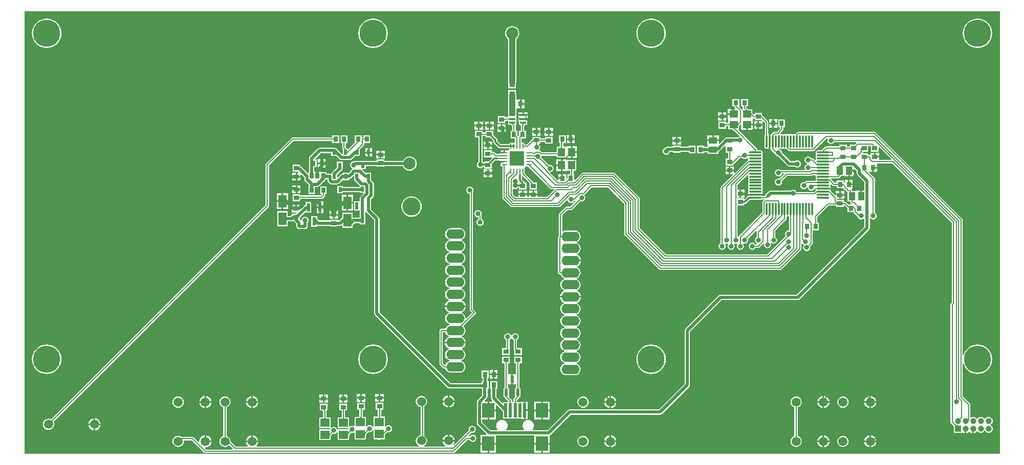
<source format=gtl>
G04 Layer_Physical_Order=1*
G04 Layer_Color=255*
%FSLAX24Y24*%
%MOIN*%
G70*
G01*
G75*
%ADD10R,0.0315X0.0354*%
%ADD11R,0.0551X0.0433*%
%ADD12R,0.0354X0.0315*%
%ADD13R,0.0236X0.0453*%
%ADD14R,0.0472X0.0551*%
%ADD15R,0.0394X0.0138*%
%ADD16R,0.0433X0.0551*%
%ADD17R,0.0236X0.0335*%
%ADD18R,0.0236X0.0571*%
%ADD19R,0.0591X0.0551*%
%ADD20R,0.0532X0.0846*%
%ADD21R,0.0256X0.0354*%
%ADD22O,0.0827X0.0118*%
%ADD23O,0.0118X0.0827*%
%ADD24R,0.0945X0.0945*%
%ADD25O,0.0354X0.0079*%
%ADD26O,0.0079X0.0354*%
%ADD27R,0.0200X0.0940*%
%ADD28R,0.0790X0.0980*%
%ADD29R,0.0551X0.0472*%
%ADD30C,0.0080*%
%ADD31C,0.0120*%
%ADD32C,0.0060*%
%ADD33C,0.0200*%
%ADD34C,0.0394*%
%ADD35R,0.0394X0.0394*%
%ADD36C,0.0394*%
%ADD37C,0.0591*%
%ADD38O,0.1181X0.0630*%
%ADD39C,0.0787*%
%ADD40C,0.0866*%
%ADD41C,0.1181*%
%ADD42C,0.1772*%
%ADD43C,0.0320*%
%ADD44C,0.0500*%
%ADD45C,0.0260*%
G36*
X22712Y-27165D02*
Y-27437D01*
X-40823D01*
Y1452D01*
X22712D01*
Y-27165D01*
D02*
G37*
%LPC*%
G36*
X-21379Y-23573D02*
X-21606D01*
Y-23781D01*
X-21379D01*
Y-23573D01*
D02*
G37*
G36*
X-21052D02*
X-21279D01*
Y-23781D01*
X-21052D01*
Y-23573D01*
D02*
G37*
G36*
X-19772D02*
X-19999D01*
Y-23781D01*
X-19772D01*
Y-23573D01*
D02*
G37*
G36*
X-13239Y-23624D02*
X-13292Y-23631D01*
X-13388Y-23671D01*
X-13471Y-23735D01*
X-13534Y-23817D01*
X-13574Y-23913D01*
X-13581Y-23967D01*
X-13239D01*
Y-23624D01*
D02*
G37*
G36*
X-13139Y-23624D02*
Y-23967D01*
X-12797D01*
X-12804Y-23913D01*
X-12844Y-23817D01*
X-12907Y-23735D01*
X-12990Y-23671D01*
X-13086Y-23631D01*
X-13139Y-23624D01*
D02*
G37*
G36*
X-20099Y-23573D02*
X-20326D01*
Y-23781D01*
X-20099D01*
Y-23573D01*
D02*
G37*
G36*
X-18944Y-23530D02*
X-19172D01*
Y-23737D01*
X-18944D01*
Y-23530D01*
D02*
G37*
G36*
X-14886Y-23648D02*
X-14917Y-23654D01*
X-14961Y-23648D01*
X-15056Y-23661D01*
X-15145Y-23698D01*
X-15221Y-23756D01*
X-15280Y-23832D01*
X-15316Y-23921D01*
X-15329Y-24017D01*
X-15316Y-24112D01*
X-15280Y-24201D01*
X-15221Y-24277D01*
X-15145Y-24336D01*
X-15056Y-24372D01*
X-14998Y-24380D01*
Y-26212D01*
X-15056Y-26220D01*
X-15145Y-26257D01*
X-15221Y-26315D01*
X-15280Y-26391D01*
X-15316Y-26480D01*
X-15329Y-26576D01*
X-15316Y-26671D01*
X-15280Y-26760D01*
X-15221Y-26836D01*
X-15145Y-26895D01*
X-15121Y-26905D01*
X-15131Y-26955D01*
X-25701D01*
X-25717Y-26907D01*
X-25702Y-26896D01*
X-25639Y-26814D01*
X-25599Y-26717D01*
X-25592Y-26664D01*
X-25984D01*
X-26376D01*
X-26369Y-26717D01*
X-26330Y-26814D01*
X-26266Y-26896D01*
X-26251Y-26907D01*
X-26267Y-26955D01*
X-27078D01*
X-27391Y-26641D01*
X-27387Y-26614D01*
X-27400Y-26519D01*
X-27437Y-26430D01*
X-27495Y-26354D01*
X-27572Y-26295D01*
X-27642Y-26266D01*
Y-24403D01*
X-27572Y-24374D01*
X-27495Y-24316D01*
X-27437Y-24239D01*
X-27400Y-24150D01*
X-27387Y-24055D01*
X-27400Y-23960D01*
X-27437Y-23871D01*
X-27495Y-23795D01*
X-27572Y-23736D01*
X-27661Y-23699D01*
X-27756Y-23687D01*
X-27851Y-23699D01*
X-27940Y-23736D01*
X-28016Y-23795D01*
X-28075Y-23871D01*
X-28112Y-23960D01*
X-28124Y-24055D01*
X-28112Y-24150D01*
X-28075Y-24239D01*
X-28016Y-24316D01*
X-27940Y-24374D01*
X-27866Y-24405D01*
Y-26264D01*
X-27940Y-26295D01*
X-28016Y-26354D01*
X-28075Y-26430D01*
X-28112Y-26519D01*
X-28124Y-26614D01*
X-28112Y-26710D01*
X-28075Y-26798D01*
X-28016Y-26875D01*
X-27940Y-26933D01*
X-27851Y-26970D01*
X-27756Y-26983D01*
X-27661Y-26970D01*
X-27572Y-26933D01*
X-27495Y-26875D01*
X-27476Y-26873D01*
X-27248Y-27102D01*
X-27269Y-27152D01*
X-28989D01*
X-29084Y-27057D01*
X-29060Y-27010D01*
X-29035Y-27013D01*
X-28932Y-26999D01*
X-28836Y-26959D01*
X-28754Y-26896D01*
X-28690Y-26814D01*
X-28650Y-26717D01*
X-28643Y-26664D01*
X-29035D01*
Y-26614D01*
X-29085D01*
Y-26222D01*
X-29139Y-26229D01*
X-29235Y-26269D01*
X-29317Y-26332D01*
X-29381Y-26415D01*
X-29421Y-26511D01*
X-29434Y-26614D01*
X-29431Y-26639D01*
X-29478Y-26662D01*
X-29783Y-26358D01*
X-29819Y-26333D01*
X-29862Y-26325D01*
X-29862Y-26325D01*
X-30584D01*
X-30623Y-26295D01*
X-30712Y-26258D01*
X-30807Y-26246D01*
X-30902Y-26258D01*
X-30991Y-26295D01*
X-31068Y-26354D01*
X-31126Y-26430D01*
X-31163Y-26519D01*
X-31176Y-26614D01*
X-31163Y-26710D01*
X-31126Y-26798D01*
X-31068Y-26875D01*
X-30991Y-26933D01*
X-30902Y-26970D01*
X-30807Y-26983D01*
X-30712Y-26970D01*
X-30623Y-26933D01*
X-30547Y-26875D01*
X-30488Y-26798D01*
X-30451Y-26710D01*
X-30439Y-26614D01*
X-30442Y-26587D01*
X-30409Y-26549D01*
X-29909D01*
X-29115Y-27343D01*
X-29115Y-27343D01*
X-29078Y-27367D01*
X-29035Y-27376D01*
X-12878D01*
X-12878Y-27376D01*
X-12836Y-27367D01*
X-12799Y-27343D01*
X-11986Y-26529D01*
X-11816D01*
X-11780Y-26583D01*
X-11704Y-26634D01*
X-11614Y-26652D01*
X-11524Y-26634D01*
X-11448Y-26583D01*
X-11398Y-26507D01*
X-11380Y-26417D01*
X-11398Y-26328D01*
X-11448Y-26251D01*
X-11524Y-26201D01*
X-11614Y-26183D01*
X-11704Y-26201D01*
X-11780Y-26251D01*
X-11816Y-26305D01*
X-11908D01*
X-11927Y-26259D01*
X-11717Y-26049D01*
X-11654Y-26061D01*
X-11564Y-26043D01*
X-11488Y-25993D01*
X-11437Y-25917D01*
X-11419Y-25827D01*
X-11437Y-25737D01*
X-11488Y-25661D01*
X-11564Y-25610D01*
X-11654Y-25592D01*
X-11743Y-25610D01*
X-11819Y-25661D01*
X-11870Y-25737D01*
X-11888Y-25827D01*
X-11875Y-25890D01*
X-12848Y-26862D01*
X-12885Y-26829D01*
X-12844Y-26775D01*
X-12804Y-26679D01*
X-12797Y-26626D01*
X-13189D01*
X-13581D01*
X-13574Y-26679D01*
X-13534Y-26775D01*
X-13471Y-26858D01*
X-13409Y-26905D01*
X-13426Y-26955D01*
X-14791D01*
X-14801Y-26905D01*
X-14776Y-26895D01*
X-14700Y-26836D01*
X-14642Y-26760D01*
X-14605Y-26671D01*
X-14592Y-26576D01*
X-14605Y-26480D01*
X-14642Y-26391D01*
X-14700Y-26315D01*
X-14774Y-26259D01*
Y-24334D01*
X-14700Y-24277D01*
X-14642Y-24201D01*
X-14605Y-24112D01*
X-14592Y-24017D01*
X-14605Y-23921D01*
X-14642Y-23832D01*
X-14700Y-23756D01*
X-14776Y-23698D01*
X-14802Y-23687D01*
X-14807Y-23681D01*
X-14843Y-23656D01*
X-14886Y-23648D01*
D02*
G37*
G36*
X-10306Y-22294D02*
X-10513D01*
Y-22521D01*
X-10306D01*
Y-22294D01*
D02*
G37*
G36*
X-9998D02*
X-10206D01*
Y-22521D01*
X-9998D01*
Y-22294D01*
D02*
G37*
G36*
X-18617Y-23530D02*
X-18844D01*
Y-23737D01*
X-18617D01*
Y-23530D01*
D02*
G37*
G36*
X-17737Y-23520D02*
X-17964D01*
Y-23728D01*
X-17737D01*
Y-23520D01*
D02*
G37*
G36*
X-17410D02*
X-17637D01*
Y-23728D01*
X-17410D01*
Y-23520D01*
D02*
G37*
G36*
X11270Y-23663D02*
Y-24005D01*
X11613D01*
X11606Y-23952D01*
X11566Y-23856D01*
X11502Y-23773D01*
X11420Y-23710D01*
X11324Y-23670D01*
X11270Y-23663D01*
D02*
G37*
G36*
X-17410Y-23828D02*
X-17637D01*
Y-24035D01*
X-17410D01*
Y-23828D01*
D02*
G37*
G36*
X-26034Y-23663D02*
X-26087Y-23670D01*
X-26184Y-23710D01*
X-26266Y-23773D01*
X-26330Y-23856D01*
X-26369Y-23952D01*
X-26376Y-24005D01*
X-26034D01*
Y-23663D01*
D02*
G37*
G36*
X-25934Y-23663D02*
Y-24005D01*
X-25592D01*
X-25599Y-23952D01*
X-25639Y-23856D01*
X-25702Y-23773D01*
X-25785Y-23710D01*
X-25881Y-23670D01*
X-25934Y-23663D01*
D02*
G37*
G36*
X-18944Y-23837D02*
X-19172D01*
Y-24045D01*
X-18944D01*
Y-23837D01*
D02*
G37*
G36*
X-18617D02*
X-18844D01*
Y-24045D01*
X-18617D01*
Y-23837D01*
D02*
G37*
G36*
X-17737Y-23828D02*
X-17964D01*
Y-24035D01*
X-17737D01*
Y-23828D01*
D02*
G37*
G36*
X14222Y-23663D02*
X14168Y-23670D01*
X14072Y-23710D01*
X13990Y-23773D01*
X13926Y-23856D01*
X13887Y-23952D01*
X13880Y-24005D01*
X14222D01*
Y-23663D01*
D02*
G37*
G36*
X-2707D02*
X-2761Y-23670D01*
X-2857Y-23710D01*
X-2939Y-23773D01*
X-3003Y-23856D01*
X-3043Y-23952D01*
X-3050Y-24005D01*
X-2707D01*
Y-23663D01*
D02*
G37*
G36*
X-2607Y-23663D02*
Y-24005D01*
X-2265D01*
X-2272Y-23952D01*
X-2312Y-23856D01*
X-2376Y-23773D01*
X-2458Y-23710D01*
X-2554Y-23670D01*
X-2607Y-23663D01*
D02*
G37*
G36*
X11170Y-23663D02*
X11117Y-23670D01*
X11021Y-23710D01*
X10939Y-23773D01*
X10875Y-23856D01*
X10835Y-23952D01*
X10828Y-24005D01*
X11170D01*
Y-23663D01*
D02*
G37*
G36*
X14322D02*
Y-24005D01*
X14664D01*
X14657Y-23952D01*
X14617Y-23856D01*
X14554Y-23773D01*
X14471Y-23710D01*
X14375Y-23670D01*
X14322Y-23663D01*
D02*
G37*
G36*
X-29085D02*
X-29139Y-23670D01*
X-29235Y-23710D01*
X-29317Y-23773D01*
X-29381Y-23856D01*
X-29421Y-23952D01*
X-29428Y-24005D01*
X-29085D01*
Y-23663D01*
D02*
G37*
G36*
X-28985D02*
Y-24005D01*
X-28643D01*
X-28650Y-23952D01*
X-28690Y-23856D01*
X-28754Y-23773D01*
X-28836Y-23710D01*
X-28932Y-23670D01*
X-28985Y-23663D01*
D02*
G37*
G36*
X-4562Y-17237D02*
X-5250D01*
X-5938D01*
X-5930Y-17295D01*
X-5888Y-17396D01*
X-5822Y-17483D01*
X-5735Y-17549D01*
X-5686Y-17570D01*
Y-17624D01*
X-5720Y-17638D01*
X-5800Y-17700D01*
X-5862Y-17780D01*
X-5901Y-17874D01*
X-5914Y-17974D01*
X-5901Y-18075D01*
X-5862Y-18169D01*
X-5800Y-18249D01*
X-5720Y-18311D01*
X-5646Y-18341D01*
Y-18395D01*
X-5720Y-18426D01*
X-5800Y-18487D01*
X-5862Y-18568D01*
X-5901Y-18661D01*
X-5914Y-18762D01*
X-5901Y-18862D01*
X-5862Y-18956D01*
X-5800Y-19036D01*
X-5720Y-19098D01*
X-5646Y-19128D01*
Y-19183D01*
X-5720Y-19213D01*
X-5800Y-19275D01*
X-5862Y-19355D01*
X-5901Y-19449D01*
X-5914Y-19549D01*
X-5901Y-19650D01*
X-5862Y-19743D01*
X-5800Y-19824D01*
X-5720Y-19885D01*
X-5646Y-19916D01*
Y-19970D01*
X-5720Y-20000D01*
X-5800Y-20062D01*
X-5862Y-20142D01*
X-5901Y-20236D01*
X-5914Y-20337D01*
X-5901Y-20437D01*
X-5862Y-20531D01*
X-5800Y-20611D01*
X-5720Y-20673D01*
X-5646Y-20703D01*
Y-20757D01*
X-5720Y-20788D01*
X-5800Y-20849D01*
X-5862Y-20930D01*
X-5901Y-21024D01*
X-5914Y-21124D01*
X-5901Y-21225D01*
X-5862Y-21318D01*
X-5800Y-21399D01*
X-5720Y-21460D01*
X-5646Y-21491D01*
Y-21545D01*
X-5720Y-21575D01*
X-5800Y-21637D01*
X-5862Y-21717D01*
X-5901Y-21811D01*
X-5914Y-21911D01*
X-5901Y-22012D01*
X-5862Y-22106D01*
X-5800Y-22186D01*
X-5720Y-22248D01*
X-5626Y-22286D01*
X-5526Y-22300D01*
X-4974D01*
X-4874Y-22286D01*
X-4780Y-22248D01*
X-4700Y-22186D01*
X-4638Y-22106D01*
X-4599Y-22012D01*
X-4586Y-21911D01*
X-4599Y-21811D01*
X-4638Y-21717D01*
X-4700Y-21637D01*
X-4780Y-21575D01*
X-4854Y-21545D01*
Y-21491D01*
X-4780Y-21460D01*
X-4700Y-21399D01*
X-4638Y-21318D01*
X-4599Y-21225D01*
X-4586Y-21124D01*
X-4599Y-21024D01*
X-4638Y-20930D01*
X-4700Y-20849D01*
X-4780Y-20788D01*
X-4854Y-20757D01*
Y-20703D01*
X-4780Y-20673D01*
X-4700Y-20611D01*
X-4638Y-20531D01*
X-4599Y-20437D01*
X-4586Y-20337D01*
X-4599Y-20236D01*
X-4638Y-20142D01*
X-4700Y-20062D01*
X-4780Y-20000D01*
X-4854Y-19970D01*
Y-19916D01*
X-4780Y-19885D01*
X-4700Y-19824D01*
X-4638Y-19743D01*
X-4599Y-19650D01*
X-4586Y-19549D01*
X-4599Y-19449D01*
X-4638Y-19355D01*
X-4700Y-19275D01*
X-4780Y-19213D01*
X-4854Y-19183D01*
Y-19128D01*
X-4780Y-19098D01*
X-4700Y-19036D01*
X-4638Y-18956D01*
X-4599Y-18862D01*
X-4586Y-18762D01*
X-4599Y-18661D01*
X-4638Y-18568D01*
X-4700Y-18487D01*
X-4780Y-18426D01*
X-4854Y-18395D01*
Y-18341D01*
X-4780Y-18311D01*
X-4700Y-18249D01*
X-4638Y-18169D01*
X-4599Y-18075D01*
X-4586Y-17974D01*
X-4599Y-17874D01*
X-4638Y-17780D01*
X-4700Y-17700D01*
X-4780Y-17638D01*
X-4814Y-17624D01*
Y-17570D01*
X-4765Y-17549D01*
X-4678Y-17483D01*
X-4612Y-17396D01*
X-4570Y-17295D01*
X-4562Y-17237D01*
D02*
G37*
G36*
X-19833Y-11093D02*
X-20149D01*
Y-11567D01*
X-19833D01*
Y-11093D01*
D02*
G37*
G36*
X-19418D02*
X-19733D01*
Y-11567D01*
X-19418D01*
Y-11093D01*
D02*
G37*
G36*
X-22135Y-10993D02*
X-22511D01*
Y-11191D01*
X-22564Y-11226D01*
X-22807Y-11469D01*
X-22853Y-11450D01*
Y-11180D01*
X-23080D01*
Y-11437D01*
X-23130D01*
Y-11487D01*
X-23407D01*
Y-11694D01*
X-23137D01*
X-23112Y-11744D01*
X-23124Y-11761D01*
X-23377D01*
Y-11831D01*
X-23430Y-11866D01*
X-23477Y-11913D01*
X-23680D01*
Y-11593D01*
X-24351D01*
Y-12580D01*
X-23680D01*
Y-12260D01*
X-23406D01*
X-23339Y-12247D01*
X-23293Y-12216D01*
X-23288D01*
X-23252Y-12268D01*
X-23106Y-12414D01*
Y-12598D01*
X-23093Y-12665D01*
X-23056Y-12721D01*
X-22999Y-12759D01*
X-22933Y-12772D01*
X-22539D01*
X-22473Y-12759D01*
X-22417Y-12721D01*
X-22379Y-12665D01*
X-22366Y-12598D01*
Y-12359D01*
X-22323Y-12294D01*
X-22305Y-12205D01*
X-22323Y-12115D01*
X-22374Y-12039D01*
X-22450Y-11988D01*
X-22539Y-11970D01*
X-22629Y-11988D01*
X-22705Y-12039D01*
X-22756Y-12115D01*
X-22771Y-12191D01*
X-22777Y-12195D01*
X-22812Y-12208D01*
X-22822Y-12209D01*
X-22883Y-12148D01*
Y-12035D01*
X-22539Y-11692D01*
X-22511Y-11704D01*
Y-11704D01*
X-22135D01*
Y-10993D01*
D02*
G37*
G36*
X-20392Y-11573D02*
X-20619D01*
Y-11781D01*
X-20392D01*
Y-11573D01*
D02*
G37*
G36*
X-21625Y-11398D02*
X-21793D01*
Y-11734D01*
X-21625D01*
Y-11398D01*
D02*
G37*
G36*
X-21357D02*
X-21525D01*
Y-11734D01*
X-21357D01*
Y-11398D01*
D02*
G37*
G36*
X-24066Y-10995D02*
X-24381D01*
Y-11468D01*
X-24066D01*
Y-10995D01*
D02*
G37*
G36*
X-21357Y-10963D02*
X-21525D01*
Y-11298D01*
X-21357D01*
Y-10963D01*
D02*
G37*
G36*
X-19833Y-10520D02*
X-20149D01*
Y-10993D01*
X-19833D01*
Y-10520D01*
D02*
G37*
G36*
X-19418D02*
X-19733D01*
Y-10993D01*
X-19418D01*
Y-10520D01*
D02*
G37*
G36*
X-23650Y-10995D02*
X-23966D01*
Y-11468D01*
X-23650D01*
Y-10995D01*
D02*
G37*
G36*
X-23180Y-11180D02*
X-23407D01*
Y-11387D01*
X-23180D01*
Y-11180D01*
D02*
G37*
G36*
X-21625Y-10963D02*
X-21793D01*
Y-11298D01*
X-21625D01*
Y-10963D01*
D02*
G37*
G36*
X-20719Y-11573D02*
X-20946D01*
Y-11781D01*
X-20719D01*
Y-11573D01*
D02*
G37*
G36*
X0Y-20299D02*
X-187Y-20318D01*
X-368Y-20373D01*
X-534Y-20461D01*
X-679Y-20581D01*
X-799Y-20726D01*
X-887Y-20892D01*
X-942Y-21072D01*
X-960Y-21260D01*
X-942Y-21447D01*
X-887Y-21627D01*
X-799Y-21793D01*
X-679Y-21939D01*
X-534Y-22058D01*
X-368Y-22147D01*
X-187Y-22202D01*
X0Y-22220D01*
X187Y-22202D01*
X368Y-22147D01*
X534Y-22058D01*
X679Y-21939D01*
X799Y-21793D01*
X887Y-21627D01*
X942Y-21447D01*
X960Y-21260D01*
X942Y-21072D01*
X887Y-20892D01*
X799Y-20726D01*
X679Y-20581D01*
X534Y-20461D01*
X368Y-20373D01*
X187Y-20318D01*
X0Y-20299D01*
D02*
G37*
G36*
X-10306Y-21967D02*
X-10513D01*
Y-22194D01*
X-10306D01*
Y-21967D01*
D02*
G37*
G36*
X-9998D02*
X-10206D01*
Y-22194D01*
X-9998D01*
Y-21967D01*
D02*
G37*
G36*
X-8416Y-21078D02*
X-8911D01*
Y-21533D01*
X-8795D01*
Y-22214D01*
X-8839Y-22229D01*
X-8845Y-22229D01*
X-9007D01*
Y-22555D01*
Y-22881D01*
X-8845D01*
X-8839Y-22882D01*
X-8795Y-22897D01*
Y-23145D01*
X-8871D01*
Y-23737D01*
X-8940Y-23805D01*
X-8964Y-23842D01*
X-8972Y-23884D01*
X-8970Y-23894D01*
Y-24044D01*
X-9056D01*
Y-23970D01*
X-9056Y-23970D01*
X-9065Y-23927D01*
X-9089Y-23891D01*
X-9089Y-23891D01*
X-9243Y-23737D01*
Y-23145D01*
X-9319D01*
Y-22897D01*
X-9275Y-22882D01*
X-9269Y-22881D01*
X-9107D01*
Y-22555D01*
Y-22229D01*
X-9269D01*
X-9275Y-22229D01*
X-9319Y-22214D01*
Y-21533D01*
X-9204D01*
Y-21078D01*
X-9698D01*
Y-21533D01*
X-9557D01*
X-9554Y-21546D01*
X-9543Y-21562D01*
Y-23145D01*
X-9619D01*
Y-23737D01*
X-9537D01*
X-9535Y-23750D01*
X-9510Y-23787D01*
X-9303Y-23994D01*
X-9324Y-24044D01*
X-9648D01*
Y-24104D01*
X-9694Y-24123D01*
X-10083Y-23735D01*
Y-23180D01*
X-10028D01*
Y-22686D01*
X-10483D01*
Y-23180D01*
X-10429D01*
Y-23807D01*
X-10416Y-23873D01*
X-10378Y-23929D01*
X-10340Y-23968D01*
X-10359Y-24014D01*
X-10558D01*
Y-24554D01*
X-10113D01*
Y-24260D01*
X-10067Y-24240D01*
X-9648Y-24659D01*
Y-25124D01*
X-8438D01*
Y-25154D01*
X-8288D01*
Y-24584D01*
Y-24014D01*
X-8438D01*
Y-24044D01*
X-8746D01*
Y-23929D01*
X-8604Y-23787D01*
X-8604Y-23787D01*
X-8579Y-23750D01*
X-8577Y-23737D01*
X-8495D01*
Y-23145D01*
X-8571D01*
Y-21562D01*
X-8560Y-21546D01*
X-8557Y-21533D01*
X-8416D01*
Y-21078D01*
D02*
G37*
G36*
X-39370Y-20299D02*
X-39557Y-20318D01*
X-39738Y-20373D01*
X-39904Y-20461D01*
X-40049Y-20581D01*
X-40169Y-20726D01*
X-40257Y-20892D01*
X-40312Y-21072D01*
X-40331Y-21260D01*
X-40312Y-21447D01*
X-40257Y-21627D01*
X-40169Y-21793D01*
X-40049Y-21939D01*
X-39904Y-22058D01*
X-39738Y-22147D01*
X-39557Y-22202D01*
X-39370Y-22220D01*
X-39183Y-22202D01*
X-39003Y-22147D01*
X-38836Y-22058D01*
X-38691Y-21939D01*
X-38571Y-21793D01*
X-38483Y-21627D01*
X-38428Y-21447D01*
X-38410Y-21260D01*
X-38428Y-21072D01*
X-38483Y-20892D01*
X-38571Y-20726D01*
X-38691Y-20581D01*
X-38836Y-20461D01*
X-39003Y-20373D01*
X-39183Y-20318D01*
X-39370Y-20299D01*
D02*
G37*
G36*
X-18110D02*
X-18298Y-20318D01*
X-18478Y-20373D01*
X-18644Y-20461D01*
X-18789Y-20581D01*
X-18909Y-20726D01*
X-18998Y-20892D01*
X-19052Y-21072D01*
X-19071Y-21260D01*
X-19052Y-21447D01*
X-18998Y-21627D01*
X-18909Y-21793D01*
X-18789Y-21939D01*
X-18644Y-22058D01*
X-18478Y-22147D01*
X-18298Y-22202D01*
X-18110Y-22220D01*
X-17923Y-22202D01*
X-17743Y-22147D01*
X-17577Y-22058D01*
X-17431Y-21939D01*
X-17312Y-21793D01*
X-17223Y-21627D01*
X-17168Y-21447D01*
X-17150Y-21260D01*
X-17168Y-21072D01*
X-17223Y-20892D01*
X-17312Y-20726D01*
X-17431Y-20581D01*
X-17577Y-20461D01*
X-17743Y-20373D01*
X-17923Y-20318D01*
X-18110Y-20299D01*
D02*
G37*
G36*
X-8847Y-19569D02*
X-8937Y-19586D01*
X-9013Y-19637D01*
X-9063Y-19713D01*
X-9068Y-19713D01*
X-9110D01*
X-9115Y-19713D01*
X-9165Y-19637D01*
X-9241Y-19586D01*
X-9331Y-19569D01*
X-9420Y-19586D01*
X-9497Y-19637D01*
X-9547Y-19713D01*
X-9565Y-19803D01*
X-9547Y-19893D01*
X-9497Y-19969D01*
X-9443Y-20005D01*
Y-20526D01*
X-9698D01*
Y-20981D01*
X-9204D01*
Y-20526D01*
X-9219D01*
Y-20005D01*
X-9165Y-19969D01*
X-9115Y-19894D01*
X-9110Y-19893D01*
X-9068D01*
X-9063Y-19894D01*
X-9013Y-19969D01*
X-8959Y-20005D01*
Y-20570D01*
X-8959Y-20570D01*
X-8951Y-20613D01*
X-8926Y-20650D01*
X-8911Y-20665D01*
Y-20981D01*
X-8416D01*
Y-20526D01*
X-8732D01*
X-8735Y-20524D01*
Y-20005D01*
X-8681Y-19969D01*
X-8630Y-19893D01*
X-8613Y-19803D01*
X-8630Y-19713D01*
X-8681Y-19637D01*
X-8757Y-19586D01*
X-8847Y-19569D01*
D02*
G37*
G36*
X-20719Y-11881D02*
X-20946D01*
Y-12088D01*
X-20719D01*
Y-11881D01*
D02*
G37*
G36*
X-20392D02*
X-20619D01*
Y-12088D01*
X-20392D01*
Y-11881D01*
D02*
G37*
G36*
X-15608Y-10635D02*
X-15738Y-10648D01*
X-15862Y-10686D01*
X-15977Y-10747D01*
X-16078Y-10830D01*
X-16160Y-10930D01*
X-16221Y-11045D01*
X-16259Y-11170D01*
X-16272Y-11299D01*
X-16259Y-11429D01*
X-16221Y-11553D01*
X-16160Y-11668D01*
X-16078Y-11769D01*
X-15977Y-11851D01*
X-15862Y-11912D01*
X-15738Y-11950D01*
X-15608Y-11963D01*
X-15479Y-11950D01*
X-15354Y-11912D01*
X-15240Y-11851D01*
X-15139Y-11769D01*
X-15056Y-11668D01*
X-14995Y-11553D01*
X-14957Y-11429D01*
X-14945Y-11299D01*
X-14957Y-11170D01*
X-14995Y-11045D01*
X-15056Y-10930D01*
X-15139Y-10830D01*
X-15240Y-10747D01*
X-15354Y-10686D01*
X-15479Y-10648D01*
X-15608Y-10635D01*
D02*
G37*
G36*
X-11811Y-10002D02*
X-11901Y-10020D01*
X-11977Y-10070D01*
X-12028Y-10146D01*
X-12046Y-10236D01*
X-12028Y-10326D01*
X-11977Y-10402D01*
X-11901Y-10453D01*
X-11815Y-10470D01*
Y-18032D01*
X-11807Y-18071D01*
X-11785Y-18104D01*
X-11660Y-18229D01*
X-12041Y-18609D01*
X-12088Y-18586D01*
X-12099Y-18500D01*
X-12138Y-18406D01*
X-12200Y-18326D01*
X-12280Y-18264D01*
X-12314Y-18250D01*
Y-18196D01*
X-12265Y-18175D01*
X-12178Y-18109D01*
X-12112Y-18022D01*
X-12070Y-17921D01*
X-12062Y-17863D01*
X-12750D01*
X-13438D01*
X-13430Y-17921D01*
X-13388Y-18022D01*
X-13322Y-18109D01*
X-13235Y-18175D01*
X-13186Y-18196D01*
Y-18250D01*
X-13220Y-18264D01*
X-13300Y-18326D01*
X-13362Y-18406D01*
X-13401Y-18500D01*
X-13414Y-18600D01*
X-13401Y-18701D01*
X-13362Y-18795D01*
X-13300Y-18875D01*
X-13220Y-18937D01*
X-13146Y-18967D01*
Y-19021D01*
X-13220Y-19052D01*
X-13300Y-19113D01*
X-13362Y-19194D01*
X-13396Y-19276D01*
X-13679D01*
X-13722Y-19284D01*
X-13758Y-19308D01*
X-13758Y-19308D01*
X-13760Y-19310D01*
X-13785Y-19347D01*
X-13793Y-19390D01*
X-13793Y-19390D01*
Y-21555D01*
X-13793Y-21555D01*
X-13785Y-21598D01*
X-13760Y-21634D01*
X-13566Y-21829D01*
X-13566Y-21829D01*
X-13529Y-21854D01*
X-13486Y-21862D01*
X-13486Y-21862D01*
X-13396D01*
X-13362Y-21944D01*
X-13300Y-22025D01*
X-13220Y-22086D01*
X-13126Y-22125D01*
X-13026Y-22138D01*
X-12474D01*
X-12374Y-22125D01*
X-12280Y-22086D01*
X-12200Y-22025D01*
X-12138Y-21944D01*
X-12099Y-21851D01*
X-12086Y-21750D01*
X-12099Y-21649D01*
X-12138Y-21556D01*
X-12200Y-21475D01*
X-12280Y-21414D01*
X-12354Y-21383D01*
Y-21329D01*
X-12280Y-21299D01*
X-12200Y-21237D01*
X-12138Y-21157D01*
X-12099Y-21063D01*
X-12086Y-20963D01*
X-12099Y-20862D01*
X-12138Y-20768D01*
X-12200Y-20688D01*
X-12280Y-20626D01*
X-12314Y-20612D01*
Y-20558D01*
X-12265Y-20538D01*
X-12178Y-20471D01*
X-12112Y-20384D01*
X-12070Y-20284D01*
X-12062Y-20225D01*
X-12750D01*
X-13438D01*
X-13430Y-20284D01*
X-13388Y-20384D01*
X-13322Y-20471D01*
X-13235Y-20538D01*
X-13186Y-20558D01*
Y-20612D01*
X-13220Y-20626D01*
X-13300Y-20688D01*
X-13362Y-20768D01*
X-13401Y-20862D01*
X-13414Y-20963D01*
X-13401Y-21063D01*
X-13362Y-21157D01*
X-13300Y-21237D01*
X-13220Y-21299D01*
X-13146Y-21329D01*
Y-21383D01*
X-13220Y-21414D01*
X-13300Y-21475D01*
X-13362Y-21556D01*
X-13393Y-21631D01*
X-13442Y-21636D01*
X-13569Y-21509D01*
Y-19500D01*
X-13396D01*
X-13362Y-19582D01*
X-13300Y-19662D01*
X-13220Y-19724D01*
X-13186Y-19738D01*
Y-19792D01*
X-13235Y-19813D01*
X-13322Y-19879D01*
X-13388Y-19966D01*
X-13430Y-20067D01*
X-13438Y-20125D01*
X-12750D01*
X-12062D01*
X-12070Y-20067D01*
X-12112Y-19966D01*
X-12178Y-19879D01*
X-12265Y-19813D01*
X-12314Y-19792D01*
Y-19738D01*
X-12280Y-19724D01*
X-12200Y-19662D01*
X-12138Y-19582D01*
X-12099Y-19488D01*
X-12086Y-19388D01*
X-12099Y-19287D01*
X-12138Y-19194D01*
X-12200Y-19113D01*
X-12202Y-19112D01*
X-12205Y-19062D01*
X-11444Y-18301D01*
X-11422Y-18268D01*
X-11414Y-18229D01*
X-11422Y-18190D01*
X-11444Y-18156D01*
X-11611Y-17989D01*
Y-10350D01*
X-11594Y-10326D01*
X-11577Y-10236D01*
X-11594Y-10146D01*
X-11645Y-10070D01*
X-11721Y-10020D01*
X-11811Y-10002D01*
D02*
G37*
G36*
X-12474Y-12700D02*
X-13026D01*
X-13126Y-12714D01*
X-13220Y-12752D01*
X-13300Y-12814D01*
X-13362Y-12894D01*
X-13401Y-12988D01*
X-13414Y-13089D01*
X-13401Y-13189D01*
X-13362Y-13283D01*
X-13300Y-13363D01*
X-13220Y-13425D01*
X-13146Y-13455D01*
Y-13509D01*
X-13220Y-13540D01*
X-13300Y-13601D01*
X-13362Y-13682D01*
X-13401Y-13775D01*
X-13414Y-13876D01*
X-13401Y-13976D01*
X-13362Y-14070D01*
X-13300Y-14151D01*
X-13220Y-14212D01*
X-13146Y-14243D01*
Y-14297D01*
X-13220Y-14327D01*
X-13300Y-14389D01*
X-13362Y-14469D01*
X-13401Y-14563D01*
X-13414Y-14663D01*
X-13401Y-14764D01*
X-13362Y-14858D01*
X-13300Y-14938D01*
X-13220Y-15000D01*
X-13146Y-15030D01*
Y-15084D01*
X-13220Y-15115D01*
X-13300Y-15176D01*
X-13362Y-15257D01*
X-13401Y-15350D01*
X-13414Y-15451D01*
X-13401Y-15551D01*
X-13362Y-15645D01*
X-13300Y-15725D01*
X-13220Y-15787D01*
X-13146Y-15817D01*
Y-15872D01*
X-13220Y-15902D01*
X-13300Y-15964D01*
X-13362Y-16044D01*
X-13401Y-16138D01*
X-13414Y-16238D01*
X-13401Y-16339D01*
X-13362Y-16432D01*
X-13300Y-16513D01*
X-13220Y-16574D01*
X-13146Y-16605D01*
Y-16659D01*
X-13220Y-16689D01*
X-13300Y-16751D01*
X-13362Y-16831D01*
X-13401Y-16925D01*
X-13414Y-17026D01*
X-13401Y-17126D01*
X-13362Y-17220D01*
X-13300Y-17300D01*
X-13220Y-17362D01*
X-13186Y-17376D01*
Y-17430D01*
X-13235Y-17451D01*
X-13322Y-17517D01*
X-13388Y-17604D01*
X-13430Y-17705D01*
X-13438Y-17763D01*
X-12750D01*
X-12062D01*
X-12070Y-17705D01*
X-12112Y-17604D01*
X-12178Y-17517D01*
X-12265Y-17451D01*
X-12314Y-17430D01*
Y-17376D01*
X-12280Y-17362D01*
X-12200Y-17300D01*
X-12138Y-17220D01*
X-12099Y-17126D01*
X-12086Y-17026D01*
X-12099Y-16925D01*
X-12138Y-16831D01*
X-12200Y-16751D01*
X-12280Y-16689D01*
X-12354Y-16659D01*
Y-16605D01*
X-12280Y-16574D01*
X-12200Y-16513D01*
X-12138Y-16432D01*
X-12099Y-16339D01*
X-12086Y-16238D01*
X-12099Y-16138D01*
X-12138Y-16044D01*
X-12200Y-15964D01*
X-12280Y-15902D01*
X-12354Y-15872D01*
Y-15817D01*
X-12280Y-15787D01*
X-12200Y-15725D01*
X-12138Y-15645D01*
X-12099Y-15551D01*
X-12086Y-15451D01*
X-12099Y-15350D01*
X-12138Y-15257D01*
X-12200Y-15176D01*
X-12280Y-15115D01*
X-12354Y-15084D01*
Y-15030D01*
X-12280Y-15000D01*
X-12200Y-14938D01*
X-12138Y-14858D01*
X-12099Y-14764D01*
X-12086Y-14663D01*
X-12099Y-14563D01*
X-12138Y-14469D01*
X-12200Y-14389D01*
X-12280Y-14327D01*
X-12354Y-14297D01*
Y-14243D01*
X-12280Y-14212D01*
X-12200Y-14151D01*
X-12138Y-14070D01*
X-12099Y-13976D01*
X-12086Y-13876D01*
X-12099Y-13775D01*
X-12138Y-13682D01*
X-12200Y-13601D01*
X-12280Y-13540D01*
X-12354Y-13509D01*
Y-13455D01*
X-12280Y-13425D01*
X-12200Y-13363D01*
X-12138Y-13283D01*
X-12099Y-13189D01*
X-12086Y-13089D01*
X-12099Y-12988D01*
X-12138Y-12894D01*
X-12200Y-12814D01*
X-12280Y-12752D01*
X-12374Y-12714D01*
X-12474Y-12700D01*
D02*
G37*
G36*
X-11273Y-11528D02*
X-11363Y-11546D01*
X-11439Y-11596D01*
X-11490Y-11672D01*
X-11508Y-11762D01*
X-11490Y-11852D01*
X-11439Y-11928D01*
X-11363Y-11979D01*
X-11273Y-11997D01*
X-11254Y-12012D01*
Y-12121D01*
X-11308Y-12157D01*
X-11358Y-12233D01*
X-11376Y-12323D01*
X-11358Y-12413D01*
X-11308Y-12489D01*
X-11231Y-12539D01*
X-11142Y-12557D01*
X-11052Y-12539D01*
X-10976Y-12489D01*
X-10925Y-12413D01*
X-10907Y-12323D01*
X-10925Y-12233D01*
X-10976Y-12157D01*
X-11030Y-12121D01*
Y-11894D01*
X-11030Y-11894D01*
X-11038Y-11851D01*
X-11052Y-11830D01*
X-11039Y-11762D01*
X-11056Y-11672D01*
X-11107Y-11596D01*
X-11183Y-11546D01*
X-11273Y-11528D01*
D02*
G37*
G36*
X-28985Y-26222D02*
Y-26564D01*
X-28643D01*
X-28650Y-26511D01*
X-28690Y-26415D01*
X-28754Y-26332D01*
X-28836Y-26269D01*
X-28932Y-26229D01*
X-28985Y-26222D01*
D02*
G37*
G36*
X-2707D02*
X-2761Y-26229D01*
X-2857Y-26269D01*
X-2939Y-26332D01*
X-3003Y-26415D01*
X-3043Y-26511D01*
X-3050Y-26564D01*
X-2707D01*
Y-26222D01*
D02*
G37*
G36*
X-2607Y-26222D02*
Y-26564D01*
X-2265D01*
X-2272Y-26511D01*
X-2312Y-26415D01*
X-2376Y-26332D01*
X-2458Y-26269D01*
X-2554Y-26229D01*
X-2607Y-26222D01*
D02*
G37*
G36*
X-25934Y-26222D02*
Y-26564D01*
X-25592D01*
X-25599Y-26511D01*
X-25639Y-26415D01*
X-25702Y-26332D01*
X-25785Y-26269D01*
X-25881Y-26229D01*
X-25934Y-26222D01*
D02*
G37*
G36*
X14222D02*
X14168Y-26229D01*
X14072Y-26269D01*
X13990Y-26332D01*
X13926Y-26415D01*
X13887Y-26511D01*
X13880Y-26564D01*
X14222D01*
Y-26222D01*
D02*
G37*
G36*
X14322D02*
Y-26564D01*
X14664D01*
X14657Y-26511D01*
X14617Y-26415D01*
X14554Y-26332D01*
X14471Y-26269D01*
X14375Y-26229D01*
X14322Y-26222D01*
D02*
G37*
G36*
X11170D02*
X11117Y-26229D01*
X11021Y-26269D01*
X10939Y-26332D01*
X10875Y-26415D01*
X10835Y-26511D01*
X10828Y-26564D01*
X11170D01*
Y-26222D01*
D02*
G37*
G36*
X-36300Y-25550D02*
X-36642D01*
X-36635Y-25603D01*
X-36595Y-25699D01*
X-36532Y-25782D01*
X-36449Y-25845D01*
X-36353Y-25885D01*
X-36300Y-25892D01*
Y-25550D01*
D02*
G37*
G36*
X-35858D02*
X-36200D01*
Y-25892D01*
X-36147Y-25885D01*
X-36051Y-25845D01*
X-35968Y-25782D01*
X-35905Y-25699D01*
X-35865Y-25603D01*
X-35858Y-25550D01*
D02*
G37*
G36*
X-17440Y-24101D02*
X-17934D01*
Y-24556D01*
X-17799D01*
Y-24987D01*
X-17804Y-24992D01*
X-17810Y-25001D01*
X-18090D01*
Y-25646D01*
X-18090Y-25647D01*
X-18090Y-25647D01*
X-18090Y-25668D01*
X-18138Y-25682D01*
X-18143Y-25679D01*
X-18181Y-25622D01*
X-18257Y-25571D01*
X-18346Y-25553D01*
X-18436Y-25571D01*
X-18512Y-25622D01*
X-18532Y-25650D01*
X-18582Y-25635D01*
Y-25011D01*
X-18782D01*
Y-24566D01*
X-18647D01*
Y-24111D01*
X-19142D01*
Y-24566D01*
X-19007D01*
Y-24982D01*
X-19026Y-25001D01*
X-19032Y-25011D01*
X-19312D01*
Y-25608D01*
X-19362Y-25634D01*
X-19398Y-25610D01*
X-19488Y-25592D01*
X-19578Y-25610D01*
X-19641Y-25653D01*
X-19691Y-25634D01*
Y-25054D01*
X-19937D01*
Y-24609D01*
X-19802D01*
Y-24154D01*
X-20296D01*
Y-24609D01*
X-20161D01*
Y-25054D01*
X-20422D01*
Y-25745D01*
X-19746D01*
X-19714Y-25784D01*
X-19723Y-25827D01*
X-19735Y-25841D01*
X-20395D01*
X-20419Y-25841D01*
X-20445Y-25816D01*
X-20455Y-25805D01*
X-20503Y-25733D01*
X-20580Y-25682D01*
X-20669Y-25664D01*
X-20759Y-25682D01*
X-20835Y-25733D01*
X-20837Y-25737D01*
X-20887Y-25721D01*
X-20887Y-25702D01*
Y-25054D01*
X-21141D01*
Y-24615D01*
X-21141Y-24615D01*
X-21136Y-24609D01*
X-21082D01*
Y-24154D01*
X-21576D01*
Y-24609D01*
X-21414D01*
X-21408Y-24619D01*
X-21365Y-24662D01*
Y-25054D01*
X-21618D01*
Y-25745D01*
X-20931D01*
X-20903Y-25745D01*
X-20873Y-25789D01*
X-20886Y-25809D01*
X-20892Y-25841D01*
X-21618D01*
Y-26533D01*
X-20887D01*
Y-26273D01*
X-20878Y-26266D01*
X-20733Y-26121D01*
X-20669Y-26133D01*
X-20580Y-26115D01*
X-20503Y-26065D01*
X-20472Y-26017D01*
X-20422Y-26033D01*
Y-26533D01*
X-19691D01*
Y-26273D01*
X-19682Y-26266D01*
X-19658Y-26230D01*
X-19649Y-26187D01*
Y-26146D01*
X-19551Y-26049D01*
X-19488Y-26061D01*
X-19398Y-26043D01*
X-19362Y-26019D01*
X-19312Y-26046D01*
Y-26489D01*
X-18582D01*
Y-26229D01*
X-18572Y-26223D01*
X-18548Y-26187D01*
X-18539Y-26144D01*
Y-26139D01*
X-18410Y-26009D01*
X-18346Y-26022D01*
X-18257Y-26004D01*
X-18181Y-25953D01*
X-18140Y-25892D01*
X-18090Y-25907D01*
Y-26479D01*
X-17810D01*
X-17804Y-26489D01*
X-17767Y-26513D01*
X-17724Y-26522D01*
X-17681Y-26513D01*
X-17645Y-26489D01*
X-17636Y-26479D01*
X-17359D01*
Y-26203D01*
X-17166Y-26009D01*
X-17102Y-26022D01*
X-17013Y-26004D01*
X-16937Y-25953D01*
X-16886Y-25877D01*
X-16868Y-25787D01*
X-16886Y-25698D01*
X-16937Y-25622D01*
X-17013Y-25571D01*
X-17102Y-25553D01*
X-17192Y-25571D01*
X-17268Y-25622D01*
X-17306Y-25679D01*
X-17311Y-25682D01*
X-17359Y-25668D01*
X-17359Y-25647D01*
X-17359Y-25647D01*
X-17359Y-25646D01*
Y-25001D01*
X-17575D01*
Y-24556D01*
X-17440D01*
Y-24101D01*
D02*
G37*
G36*
X11270Y-26222D02*
Y-26564D01*
X11613D01*
X11606Y-26511D01*
X11566Y-26415D01*
X11502Y-26332D01*
X11420Y-26269D01*
X11324Y-26229D01*
X11270Y-26222D01*
D02*
G37*
G36*
X-13239Y-26184D02*
X-13292Y-26191D01*
X-13388Y-26230D01*
X-13471Y-26294D01*
X-13534Y-26376D01*
X-13574Y-26472D01*
X-13581Y-26526D01*
X-13239D01*
Y-26184D01*
D02*
G37*
G36*
X-13139Y-26184D02*
Y-26526D01*
X-12797D01*
X-12804Y-26472D01*
X-12844Y-26376D01*
X-12907Y-26294D01*
X-12990Y-26230D01*
X-13086Y-26191D01*
X-13139Y-26184D01*
D02*
G37*
G36*
X-26034Y-26222D02*
X-26087Y-26229D01*
X-26184Y-26269D01*
X-26266Y-26332D01*
X-26330Y-26415D01*
X-26369Y-26511D01*
X-26376Y-26564D01*
X-26034D01*
Y-26222D01*
D02*
G37*
G36*
X-6613Y-26824D02*
X-7058D01*
Y-27364D01*
X-6613D01*
Y-26824D01*
D02*
G37*
G36*
X11613Y-26664D02*
X11270D01*
Y-27006D01*
X11324Y-26999D01*
X11420Y-26959D01*
X11502Y-26896D01*
X11566Y-26814D01*
X11606Y-26717D01*
X11613Y-26664D01*
D02*
G37*
G36*
X-2265Y-26664D02*
X-2607D01*
Y-27006D01*
X-2554Y-26999D01*
X-2458Y-26959D01*
X-2376Y-26896D01*
X-2312Y-26814D01*
X-2272Y-26717D01*
X-2265Y-26664D01*
D02*
G37*
G36*
X-10658Y-26824D02*
X-11103D01*
Y-27364D01*
X-10658D01*
Y-26824D01*
D02*
G37*
G36*
X-10113D02*
X-10558D01*
Y-27364D01*
X-10113D01*
Y-26824D01*
D02*
G37*
G36*
X-7158D02*
X-7603D01*
Y-27364D01*
X-7158D01*
Y-26824D01*
D02*
G37*
G36*
X14222Y-26664D02*
X13880D01*
X13887Y-26717D01*
X13926Y-26814D01*
X13990Y-26896D01*
X14072Y-26959D01*
X14168Y-26999D01*
X14222Y-27006D01*
Y-26664D01*
D02*
G37*
G36*
X-4429Y-26246D02*
X-4524Y-26258D01*
X-4613Y-26295D01*
X-4690Y-26354D01*
X-4748Y-26430D01*
X-4785Y-26519D01*
X-4798Y-26614D01*
X-4785Y-26710D01*
X-4748Y-26798D01*
X-4690Y-26875D01*
X-4613Y-26933D01*
X-4524Y-26970D01*
X-4429Y-26983D01*
X-4334Y-26970D01*
X-4245Y-26933D01*
X-4169Y-26875D01*
X-4110Y-26798D01*
X-4073Y-26710D01*
X-4061Y-26614D01*
X-4073Y-26519D01*
X-4110Y-26430D01*
X-4169Y-26354D01*
X-4245Y-26295D01*
X-4334Y-26258D01*
X-4429Y-26246D01*
D02*
G37*
G36*
X9449Y-23687D02*
X9353Y-23699D01*
X9265Y-23736D01*
X9188Y-23795D01*
X9130Y-23871D01*
X9093Y-23960D01*
X9080Y-24055D01*
X9093Y-24150D01*
X9130Y-24239D01*
X9188Y-24316D01*
X9265Y-24374D01*
X9333Y-24402D01*
Y-26267D01*
X9265Y-26295D01*
X9188Y-26354D01*
X9130Y-26430D01*
X9093Y-26519D01*
X9080Y-26614D01*
X9093Y-26710D01*
X9130Y-26798D01*
X9188Y-26875D01*
X9265Y-26933D01*
X9353Y-26970D01*
X9449Y-26983D01*
X9544Y-26970D01*
X9633Y-26933D01*
X9709Y-26875D01*
X9768Y-26798D01*
X9805Y-26710D01*
X9817Y-26614D01*
X9805Y-26519D01*
X9768Y-26430D01*
X9709Y-26354D01*
X9633Y-26295D01*
X9557Y-26264D01*
Y-24406D01*
X9633Y-24374D01*
X9709Y-24316D01*
X9768Y-24239D01*
X9805Y-24150D01*
X9817Y-24055D01*
X9805Y-23960D01*
X9768Y-23871D01*
X9709Y-23795D01*
X9633Y-23736D01*
X9544Y-23699D01*
X9449Y-23687D01*
D02*
G37*
G36*
X12500Y-26246D02*
X12405Y-26258D01*
X12316Y-26295D01*
X12239Y-26354D01*
X12181Y-26430D01*
X12144Y-26519D01*
X12132Y-26614D01*
X12144Y-26710D01*
X12181Y-26798D01*
X12239Y-26875D01*
X12316Y-26933D01*
X12405Y-26970D01*
X12500Y-26983D01*
X12595Y-26970D01*
X12684Y-26933D01*
X12761Y-26875D01*
X12819Y-26798D01*
X12856Y-26710D01*
X12868Y-26614D01*
X12856Y-26519D01*
X12819Y-26430D01*
X12761Y-26354D01*
X12684Y-26295D01*
X12595Y-26258D01*
X12500Y-26246D01*
D02*
G37*
G36*
X14664Y-26664D02*
X14322D01*
Y-27006D01*
X14375Y-26999D01*
X14471Y-26959D01*
X14554Y-26896D01*
X14617Y-26814D01*
X14657Y-26717D01*
X14664Y-26664D01*
D02*
G37*
G36*
X-2707Y-26664D02*
X-3050D01*
X-3043Y-26717D01*
X-3003Y-26814D01*
X-2939Y-26896D01*
X-2857Y-26959D01*
X-2761Y-26999D01*
X-2707Y-27006D01*
Y-26664D01*
D02*
G37*
G36*
X11170Y-26664D02*
X10828D01*
X10835Y-26717D01*
X10875Y-26814D01*
X10939Y-26896D01*
X11021Y-26959D01*
X11117Y-26999D01*
X11170Y-27006D01*
Y-26664D01*
D02*
G37*
G36*
X-36300Y-25108D02*
X-36353Y-25115D01*
X-36449Y-25155D01*
X-36532Y-25218D01*
X-36595Y-25301D01*
X-36635Y-25397D01*
X-36642Y-25450D01*
X-36300D01*
Y-25108D01*
D02*
G37*
G36*
X11170Y-24105D02*
X10828D01*
X10835Y-24158D01*
X10875Y-24254D01*
X10939Y-24337D01*
X11021Y-24400D01*
X11117Y-24440D01*
X11170Y-24447D01*
Y-24105D01*
D02*
G37*
G36*
X-30807Y-23687D02*
X-30902Y-23699D01*
X-30991Y-23736D01*
X-31068Y-23795D01*
X-31126Y-23871D01*
X-31163Y-23960D01*
X-31176Y-24055D01*
X-31163Y-24150D01*
X-31126Y-24239D01*
X-31068Y-24316D01*
X-30991Y-24374D01*
X-30902Y-24411D01*
X-30807Y-24424D01*
X-30712Y-24411D01*
X-30623Y-24374D01*
X-30547Y-24316D01*
X-30488Y-24239D01*
X-30451Y-24150D01*
X-30439Y-24055D01*
X-30451Y-23960D01*
X-30488Y-23871D01*
X-30547Y-23795D01*
X-30623Y-23736D01*
X-30712Y-23699D01*
X-30807Y-23687D01*
D02*
G37*
G36*
X-4429D02*
X-4524Y-23699D01*
X-4613Y-23736D01*
X-4690Y-23795D01*
X-4748Y-23871D01*
X-4785Y-23960D01*
X-4798Y-24055D01*
X-4785Y-24150D01*
X-4748Y-24239D01*
X-4690Y-24316D01*
X-4613Y-24374D01*
X-4524Y-24411D01*
X-4429Y-24424D01*
X-4334Y-24411D01*
X-4245Y-24374D01*
X-4169Y-24316D01*
X-4110Y-24239D01*
X-4073Y-24150D01*
X-4061Y-24055D01*
X-4073Y-23960D01*
X-4110Y-23871D01*
X-4169Y-23795D01*
X-4245Y-23736D01*
X-4334Y-23699D01*
X-4429Y-23687D01*
D02*
G37*
G36*
X-29085Y-24105D02*
X-29428D01*
X-29421Y-24158D01*
X-29381Y-24254D01*
X-29317Y-24337D01*
X-29235Y-24400D01*
X-29139Y-24440D01*
X-29085Y-24447D01*
Y-24105D01*
D02*
G37*
G36*
X-2707Y-24105D02*
X-3050D01*
X-3043Y-24158D01*
X-3003Y-24254D01*
X-2939Y-24337D01*
X-2857Y-24400D01*
X-2761Y-24440D01*
X-2707Y-24447D01*
Y-24105D01*
D02*
G37*
G36*
X-25592Y-24105D02*
X-25934D01*
Y-24447D01*
X-25881Y-24440D01*
X-25785Y-24400D01*
X-25702Y-24337D01*
X-25639Y-24254D01*
X-25599Y-24158D01*
X-25592Y-24105D01*
D02*
G37*
G36*
X12500Y-23687D02*
X12405Y-23699D01*
X12316Y-23736D01*
X12239Y-23795D01*
X12181Y-23871D01*
X12144Y-23960D01*
X12132Y-24055D01*
X12144Y-24150D01*
X12181Y-24239D01*
X12239Y-24316D01*
X12316Y-24374D01*
X12405Y-24411D01*
X12500Y-24424D01*
X12595Y-24411D01*
X12684Y-24374D01*
X12761Y-24316D01*
X12819Y-24239D01*
X12856Y-24150D01*
X12868Y-24055D01*
X12856Y-23960D01*
X12819Y-23871D01*
X12761Y-23795D01*
X12684Y-23736D01*
X12595Y-23699D01*
X12500Y-23687D01*
D02*
G37*
G36*
X-21052Y-23881D02*
X-21279D01*
Y-24088D01*
X-21052D01*
Y-23881D01*
D02*
G37*
G36*
X-20099D02*
X-20326D01*
Y-24088D01*
X-20099D01*
Y-23881D01*
D02*
G37*
G36*
X-19772D02*
X-19999D01*
Y-24088D01*
X-19772D01*
Y-23881D01*
D02*
G37*
G36*
X-12797Y-24067D02*
X-13139D01*
Y-24409D01*
X-13086Y-24402D01*
X-12990Y-24362D01*
X-12907Y-24299D01*
X-12844Y-24216D01*
X-12804Y-24120D01*
X-12797Y-24067D01*
D02*
G37*
G36*
X-13239D02*
X-13581D01*
X-13574Y-24120D01*
X-13534Y-24216D01*
X-13471Y-24299D01*
X-13388Y-24362D01*
X-13292Y-24402D01*
X-13239Y-24409D01*
Y-24067D01*
D02*
G37*
G36*
X-21379Y-23881D02*
X-21606D01*
Y-24088D01*
X-21379D01*
Y-23881D01*
D02*
G37*
G36*
X14664Y-24105D02*
X14322D01*
Y-24447D01*
X14375Y-24440D01*
X14471Y-24400D01*
X14554Y-24337D01*
X14617Y-24254D01*
X14657Y-24158D01*
X14664Y-24105D01*
D02*
G37*
G36*
X-6613Y-24654D02*
X-7058D01*
Y-25194D01*
X-6613D01*
Y-24654D01*
D02*
G37*
G36*
X-8038Y-24634D02*
X-8188D01*
Y-25154D01*
X-8038D01*
Y-24634D01*
D02*
G37*
G36*
X-7158Y-24014D02*
X-7603D01*
Y-24554D01*
X-7158D01*
Y-24014D01*
D02*
G37*
G36*
X-36200Y-25108D02*
Y-25450D01*
X-35858D01*
X-35865Y-25397D01*
X-35905Y-25301D01*
X-35968Y-25218D01*
X-36051Y-25155D01*
X-36147Y-25115D01*
X-36200Y-25108D01*
D02*
G37*
G36*
X-10113Y-24654D02*
X-10558D01*
Y-25194D01*
X-10113D01*
Y-24654D01*
D02*
G37*
G36*
X-7158D02*
X-7603D01*
Y-25194D01*
X-7158D01*
Y-24654D01*
D02*
G37*
G36*
X-6613Y-24014D02*
X-7058D01*
Y-24554D01*
X-6613D01*
Y-24014D01*
D02*
G37*
G36*
X-2265Y-24105D02*
X-2607D01*
Y-24447D01*
X-2554Y-24440D01*
X-2458Y-24400D01*
X-2376Y-24337D01*
X-2312Y-24254D01*
X-2272Y-24158D01*
X-2265Y-24105D01*
D02*
G37*
G36*
X-28643Y-24105D02*
X-28985D01*
Y-24447D01*
X-28932Y-24440D01*
X-28836Y-24400D01*
X-28754Y-24337D01*
X-28690Y-24254D01*
X-28650Y-24158D01*
X-28643Y-24105D01*
D02*
G37*
G36*
X14222Y-24105D02*
X13880D01*
X13887Y-24158D01*
X13926Y-24254D01*
X13990Y-24337D01*
X14072Y-24400D01*
X14168Y-24440D01*
X14222Y-24447D01*
Y-24105D01*
D02*
G37*
G36*
X-8038Y-24014D02*
X-8188D01*
Y-24534D01*
X-8038D01*
Y-24014D01*
D02*
G37*
G36*
X11613Y-24105D02*
X11270D01*
Y-24447D01*
X11324Y-24440D01*
X11420Y-24400D01*
X11502Y-24337D01*
X11566Y-24254D01*
X11606Y-24158D01*
X11613Y-24105D01*
D02*
G37*
G36*
X-26034Y-24105D02*
X-26376D01*
X-26369Y-24158D01*
X-26330Y-24254D01*
X-26266Y-24337D01*
X-26184Y-24400D01*
X-26087Y-24440D01*
X-26034Y-24447D01*
Y-24105D01*
D02*
G37*
G36*
X-6716Y-6172D02*
X-6943D01*
Y-6379D01*
X-6716D01*
Y-6172D01*
D02*
G37*
G36*
X-6388D02*
X-6616D01*
Y-6379D01*
X-6388D01*
Y-6172D01*
D02*
G37*
G36*
X-7524Y-6167D02*
X-7751D01*
Y-6374D01*
X-7524D01*
Y-6167D01*
D02*
G37*
G36*
X-7197Y-6474D02*
X-7424D01*
Y-6681D01*
X-7197D01*
Y-6474D01*
D02*
G37*
G36*
X-9794Y-6231D02*
X-10021D01*
Y-6439D01*
X-9794D01*
Y-6231D01*
D02*
G37*
G36*
X-9467D02*
X-9694D01*
Y-6439D01*
X-9467D01*
Y-6231D01*
D02*
G37*
G36*
X-7197Y-6167D02*
X-7424D01*
Y-6374D01*
X-7197D01*
Y-6167D01*
D02*
G37*
G36*
X-10582Y-6074D02*
X-10809D01*
Y-6281D01*
X-10582D01*
Y-6074D01*
D02*
G37*
G36*
X-10254D02*
X-10481D01*
Y-6281D01*
X-10254D01*
Y-6074D01*
D02*
G37*
G36*
X6938Y-6034D02*
X6711D01*
Y-6242D01*
X6938D01*
Y-6034D01*
D02*
G37*
G36*
X6616Y-5995D02*
X6290D01*
Y-6281D01*
X6616D01*
Y-5995D01*
D02*
G37*
G36*
X-11270Y-6074D02*
X-11498D01*
Y-6281D01*
X-11270D01*
Y-6074D01*
D02*
G37*
G36*
X-10943D02*
X-11170D01*
Y-6281D01*
X-10943D01*
Y-6074D01*
D02*
G37*
G36*
X-7524Y-6474D02*
X-7751D01*
Y-6681D01*
X-7524D01*
Y-6474D01*
D02*
G37*
G36*
X-4973Y-6946D02*
X-5180D01*
Y-7174D01*
X-4973D01*
Y-6946D01*
D02*
G37*
G36*
X1623Y-6750D02*
X1396D01*
Y-6958D01*
X1623D01*
Y-6750D01*
D02*
G37*
G36*
X1950D02*
X1723D01*
Y-6958D01*
X1950D01*
Y-6750D01*
D02*
G37*
G36*
X1623Y-7058D02*
X1396D01*
Y-7265D01*
X1623D01*
Y-7058D01*
D02*
G37*
G36*
X1950D02*
X1723D01*
Y-7265D01*
X1950D01*
Y-7058D01*
D02*
G37*
G36*
X-5280Y-6946D02*
X-5488D01*
Y-7174D01*
X-5280D01*
Y-6946D01*
D02*
G37*
G36*
X3985Y-6672D02*
X3660D01*
Y-6938D01*
X3985D01*
Y-6672D01*
D02*
G37*
G36*
X-20324Y-6662D02*
X-20779D01*
Y-6797D01*
X-23346D01*
X-23346Y-6797D01*
X-23389Y-6806D01*
X-23426Y-6830D01*
X-23426Y-6830D01*
X-25079Y-8484D01*
X-25104Y-8520D01*
X-25112Y-8563D01*
X-25112Y-8563D01*
Y-11204D01*
X-39083Y-25174D01*
X-39155Y-25144D01*
X-39250Y-25132D01*
X-39345Y-25144D01*
X-39434Y-25181D01*
X-39511Y-25239D01*
X-39569Y-25316D01*
X-39606Y-25405D01*
X-39618Y-25500D01*
X-39606Y-25595D01*
X-39569Y-25684D01*
X-39511Y-25761D01*
X-39434Y-25819D01*
X-39345Y-25856D01*
X-39250Y-25868D01*
X-39155Y-25856D01*
X-39066Y-25819D01*
X-38989Y-25761D01*
X-38931Y-25684D01*
X-38894Y-25595D01*
X-38882Y-25500D01*
X-38894Y-25405D01*
X-38924Y-25333D01*
X-24921Y-11329D01*
X-24921Y-11329D01*
X-24896Y-11293D01*
X-24888Y-11250D01*
Y-8609D01*
X-23300Y-7022D01*
X-20779D01*
Y-7157D01*
X-20324D01*
Y-6662D01*
D02*
G37*
G36*
X-6716Y-6479D02*
X-6943D01*
Y-6687D01*
X-6716D01*
Y-6479D01*
D02*
G37*
G36*
X-6388D02*
X-6616D01*
Y-6687D01*
X-6388D01*
Y-6479D01*
D02*
G37*
G36*
X4411Y-6672D02*
X4085D01*
Y-6938D01*
X4411D01*
Y-6672D01*
D02*
G37*
G36*
X-5280Y-6619D02*
X-5488D01*
Y-6846D01*
X-5280D01*
Y-6619D01*
D02*
G37*
G36*
X-4973D02*
X-5180D01*
Y-6846D01*
X-4973D01*
Y-6619D01*
D02*
G37*
G36*
X7265Y-6034D02*
X7038D01*
Y-6242D01*
X7265D01*
Y-6034D01*
D02*
G37*
G36*
X-8390Y-5153D02*
X-8637D01*
Y-5272D01*
X-8390D01*
Y-5153D01*
D02*
G37*
G36*
X-8044D02*
X-8290D01*
Y-5272D01*
X-8044D01*
Y-5153D01*
D02*
G37*
G36*
X5324Y-4939D02*
X4998D01*
Y-5226D01*
X5324D01*
Y-4939D01*
D02*
G37*
G36*
X-8808Y-3690D02*
X-9302D01*
Y-3915D01*
X-9315Y-3946D01*
X-9324Y-4016D01*
Y-5197D01*
X-9324Y-5197D01*
X-9316Y-5260D01*
Y-5465D01*
X-9416D01*
X-9416Y-5465D01*
X-9447Y-5472D01*
X-9484Y-5451D01*
X-9497Y-5439D01*
Y-5402D01*
X-9991D01*
Y-5857D01*
X-9497D01*
Y-5779D01*
X-9469Y-5742D01*
X-9426Y-5734D01*
X-9389Y-5709D01*
X-9370Y-5690D01*
X-9316D01*
Y-5972D01*
X-9143D01*
X-9134Y-5985D01*
X-9043Y-6076D01*
Y-6354D01*
X-9158D01*
Y-6848D01*
X-8866D01*
Y-7096D01*
X-8889Y-7114D01*
X-8916Y-7127D01*
X-8951Y-7120D01*
X-8993Y-7128D01*
X-9015Y-7143D01*
X-9049Y-7149D01*
X-9083Y-7143D01*
X-9105Y-7128D01*
X-9147Y-7120D01*
X-9190Y-7128D01*
X-9226Y-7152D01*
X-9250Y-7188D01*
X-9259Y-7231D01*
Y-7236D01*
X-9801D01*
X-10005Y-7032D01*
Y-6969D01*
X-10015Y-6918D01*
X-10044Y-6875D01*
X-10284Y-6635D01*
Y-6347D01*
X-10779D01*
Y-6469D01*
X-10973D01*
Y-6347D01*
X-11468D01*
Y-6802D01*
X-11249D01*
Y-8371D01*
X-11288Y-8397D01*
X-11339Y-8473D01*
X-11357Y-8563D01*
X-11339Y-8653D01*
X-11288Y-8729D01*
X-11212Y-8780D01*
X-11122Y-8798D01*
X-11032Y-8780D01*
X-10956Y-8729D01*
X-10934Y-8696D01*
X-10877D01*
Y-8810D01*
X-10383D01*
Y-8523D01*
X-10168Y-8309D01*
X-10046D01*
X-9995Y-8298D01*
X-9980Y-8288D01*
X-9865D01*
X-9843Y-8323D01*
X-9561D01*
Y-8423D01*
X-9831D01*
X-9830Y-8427D01*
X-9799Y-8473D01*
X-9802Y-8527D01*
X-9810Y-8570D01*
X-9802Y-8612D01*
X-9778Y-8649D01*
X-9741Y-8673D01*
X-9699Y-8681D01*
X-9690D01*
Y-10731D01*
X-9690Y-10731D01*
X-9682Y-10774D01*
X-9658Y-10811D01*
X-9160Y-11309D01*
X-9160Y-11309D01*
X-9123Y-11333D01*
X-9080Y-11341D01*
X-9080Y-11341D01*
X-6004D01*
X-6004Y-11341D01*
X-5961Y-11333D01*
X-5925Y-11309D01*
X-5487Y-10871D01*
X-5439Y-10885D01*
X-5433Y-10916D01*
X-5382Y-10993D01*
X-5306Y-11043D01*
X-5217Y-11061D01*
X-5127Y-11043D01*
X-5051Y-10993D01*
X-5015Y-10939D01*
X-5008D01*
X-5008Y-10939D01*
X-4965Y-10930D01*
X-4947Y-10918D01*
X-4915Y-10957D01*
X-5263Y-11305D01*
X-5500D01*
X-5500Y-11305D01*
X-5543Y-11314D01*
X-5579Y-11338D01*
X-5579Y-11338D01*
X-5985Y-11744D01*
X-6009Y-11780D01*
X-6018Y-11823D01*
X-6018Y-11823D01*
Y-13241D01*
X-6030Y-13253D01*
X-6054Y-13290D01*
X-6063Y-13332D01*
X-6063Y-13332D01*
Y-15605D01*
X-6063Y-15605D01*
X-6054Y-15647D01*
X-6030Y-15684D01*
X-6022Y-15692D01*
X-5986Y-15716D01*
X-5943Y-15724D01*
X-5943Y-15724D01*
X-5896D01*
X-5862Y-15806D01*
X-5800Y-15887D01*
X-5720Y-15948D01*
X-5646Y-15979D01*
Y-16033D01*
X-5720Y-16063D01*
X-5800Y-16125D01*
X-5862Y-16205D01*
X-5901Y-16299D01*
X-5914Y-16400D01*
X-5901Y-16500D01*
X-5862Y-16594D01*
X-5800Y-16674D01*
X-5720Y-16736D01*
X-5686Y-16750D01*
Y-16804D01*
X-5735Y-16825D01*
X-5822Y-16891D01*
X-5888Y-16978D01*
X-5930Y-17079D01*
X-5938Y-17137D01*
X-5250D01*
X-4562D01*
X-4570Y-17079D01*
X-4612Y-16978D01*
X-4678Y-16891D01*
X-4765Y-16825D01*
X-4814Y-16804D01*
Y-16750D01*
X-4780Y-16736D01*
X-4700Y-16674D01*
X-4638Y-16594D01*
X-4599Y-16500D01*
X-4586Y-16400D01*
X-4599Y-16299D01*
X-4638Y-16205D01*
X-4700Y-16125D01*
X-4780Y-16063D01*
X-4854Y-16033D01*
Y-15979D01*
X-4780Y-15948D01*
X-4700Y-15887D01*
X-4638Y-15806D01*
X-4599Y-15713D01*
X-4586Y-15612D01*
X-4599Y-15512D01*
X-4638Y-15418D01*
X-4700Y-15338D01*
X-4780Y-15276D01*
X-4814Y-15262D01*
Y-15208D01*
X-4765Y-15187D01*
X-4678Y-15121D01*
X-4612Y-15034D01*
X-4570Y-14933D01*
X-4562Y-14875D01*
X-5250D01*
Y-14775D01*
X-4562D01*
X-4570Y-14716D01*
X-4612Y-14616D01*
X-4678Y-14529D01*
X-4765Y-14462D01*
X-4814Y-14442D01*
Y-14388D01*
X-4780Y-14374D01*
X-4700Y-14312D01*
X-4638Y-14232D01*
X-4599Y-14138D01*
X-4586Y-14037D01*
X-4599Y-13937D01*
X-4638Y-13843D01*
X-4700Y-13763D01*
X-4780Y-13701D01*
X-4854Y-13671D01*
Y-13617D01*
X-4780Y-13586D01*
X-4700Y-13525D01*
X-4638Y-13444D01*
X-4599Y-13350D01*
X-4586Y-13250D01*
X-4599Y-13149D01*
X-4638Y-13056D01*
X-4700Y-12975D01*
X-4780Y-12914D01*
X-4874Y-12875D01*
X-4974Y-12862D01*
X-5526D01*
X-5626Y-12875D01*
X-5720Y-12914D01*
X-5749Y-12936D01*
X-5793Y-12914D01*
Y-11869D01*
X-5453Y-11529D01*
X-5217D01*
X-5217Y-11529D01*
X-5174Y-11521D01*
X-5137Y-11497D01*
X-4591Y-10950D01*
X-4528Y-10963D01*
X-4438Y-10945D01*
X-4362Y-10894D01*
X-4311Y-10818D01*
X-4293Y-10728D01*
X-4311Y-10639D01*
X-4338Y-10599D01*
X-4336Y-10538D01*
X-3852Y-10053D01*
X-2802D01*
X-1743Y-11112D01*
Y-13080D01*
X-1743Y-13080D01*
X-1735Y-13123D01*
X-1710Y-13159D01*
X522Y-15392D01*
X522Y-15392D01*
X558Y-15416D01*
X601Y-15424D01*
X8427D01*
X8427Y-15424D01*
X8470Y-15416D01*
X8506Y-15392D01*
X9768Y-14130D01*
X9768Y-14130D01*
X9793Y-14093D01*
X9801Y-14050D01*
X9801Y-14050D01*
Y-13730D01*
X9851Y-13715D01*
X9874Y-13749D01*
X9950Y-13799D01*
X9946Y-13850D01*
X9921Y-13887D01*
X9903Y-13976D01*
X9921Y-14066D01*
X9972Y-14142D01*
X10048Y-14193D01*
X10138Y-14211D01*
X10228Y-14193D01*
X10304Y-14142D01*
X10354Y-14066D01*
X10372Y-13976D01*
X10360Y-13913D01*
X10504Y-13769D01*
X10504Y-13769D01*
X10529Y-13732D01*
X10537Y-13689D01*
Y-12846D01*
X10936D01*
Y-12351D01*
X10821D01*
Y-11976D01*
X11562Y-11234D01*
X12056D01*
Y-11330D01*
X12550D01*
Y-11236D01*
X12600Y-11223D01*
X12775Y-11398D01*
X12775Y-11398D01*
X12784Y-11404D01*
Y-11664D01*
X13188D01*
X13192Y-11683D01*
X13216Y-11719D01*
X13457Y-11960D01*
X13464Y-11999D01*
X13515Y-12075D01*
X13591Y-12126D01*
X13681Y-12144D01*
X13771Y-12126D01*
X13844Y-12077D01*
X13871Y-12083D01*
X13894Y-12090D01*
Y-12632D01*
X9475Y-17051D01*
X4528D01*
X4461Y-17064D01*
X4405Y-17102D01*
X2240Y-19267D01*
X2202Y-19323D01*
X2189Y-19390D01*
Y-22861D01*
X519Y-24531D01*
X-5315D01*
X-5381Y-24545D01*
X-5438Y-24582D01*
X-6746Y-25891D01*
X-7699D01*
X-7721Y-25841D01*
X-7675Y-25781D01*
X-7638Y-25691D01*
X-7625Y-25594D01*
X-7638Y-25498D01*
X-7675Y-25408D01*
X-7734Y-25330D01*
X-7812Y-25271D01*
X-7902Y-25234D01*
X-7998Y-25221D01*
X-8095Y-25234D01*
X-8185Y-25271D01*
X-8262Y-25330D01*
X-8321Y-25408D01*
X-8359Y-25498D01*
X-8371Y-25594D01*
X-8359Y-25691D01*
X-8321Y-25781D01*
X-8275Y-25841D01*
X-8298Y-25891D01*
X-9419D01*
X-9441Y-25841D01*
X-9395Y-25781D01*
X-9358Y-25691D01*
X-9345Y-25594D01*
X-9358Y-25498D01*
X-9395Y-25408D01*
X-9454Y-25330D01*
X-9532Y-25271D01*
X-9622Y-25234D01*
X-9718Y-25221D01*
X-9815Y-25234D01*
X-9905Y-25271D01*
X-9982Y-25330D01*
X-10041Y-25408D01*
X-10079Y-25498D01*
X-10091Y-25594D01*
X-10079Y-25691D01*
X-10041Y-25781D01*
X-9995Y-25841D01*
X-10018Y-25891D01*
X-10478D01*
X-11000Y-25369D01*
Y-25194D01*
X-10658D01*
Y-24604D01*
Y-24014D01*
X-10833D01*
X-10852Y-23968D01*
X-10709Y-23825D01*
X-10672Y-23769D01*
X-10658Y-23702D01*
Y-23180D01*
X-10580D01*
Y-22686D01*
X-10634D01*
Y-22491D01*
X-10580D01*
Y-21997D01*
X-11035D01*
Y-22491D01*
X-10980D01*
Y-22686D01*
X-11035D01*
Y-22815D01*
X-13062D01*
X-17694Y-18183D01*
Y-12106D01*
X-17707Y-12040D01*
X-17745Y-11984D01*
X-18237Y-11491D01*
Y-10973D01*
X-18252D01*
Y-10820D01*
X-18111Y-10679D01*
X-18111Y-10679D01*
X-18074Y-10623D01*
X-18061Y-10557D01*
Y-9825D01*
X-18074Y-9759D01*
X-18111Y-9702D01*
X-18169Y-9645D01*
X-18185Y-9622D01*
X-18208Y-9606D01*
X-18232Y-9582D01*
Y-9341D01*
X-18237Y-9316D01*
Y-9084D01*
X-18613D01*
X-18613Y-9084D01*
Y-9084D01*
X-18657Y-9066D01*
X-18763Y-8961D01*
X-18763Y-8961D01*
X-18824Y-8900D01*
X-18803Y-8850D01*
X-18591D01*
Y-8673D01*
X-17865D01*
Y-8692D01*
X-17371D01*
Y-8673D01*
X-16160D01*
X-16135Y-8734D01*
X-16061Y-8831D01*
X-15964Y-8905D01*
X-15851Y-8952D01*
X-15730Y-8968D01*
X-15609Y-8952D01*
X-15496Y-8905D01*
X-15400Y-8831D01*
X-15325Y-8734D01*
X-15279Y-8621D01*
X-15263Y-8500D01*
X-15279Y-8379D01*
X-15325Y-8266D01*
X-15400Y-8169D01*
X-15496Y-8095D01*
X-15609Y-8048D01*
X-15730Y-8032D01*
X-15851Y-8048D01*
X-15964Y-8095D01*
X-16061Y-8169D01*
X-16135Y-8266D01*
X-16160Y-8327D01*
X-17371D01*
Y-8237D01*
X-17865D01*
Y-8327D01*
X-19288D01*
X-19354Y-8340D01*
X-19367Y-8349D01*
X-19370Y-8348D01*
X-19460Y-8366D01*
X-19536Y-8417D01*
X-19587Y-8493D01*
X-19605Y-8583D01*
X-19587Y-8672D01*
X-19536Y-8748D01*
X-19471Y-8792D01*
X-19464Y-8832D01*
X-19466Y-8849D01*
X-19484Y-8861D01*
X-19584Y-8961D01*
X-19621Y-9017D01*
X-19627Y-9043D01*
X-19658Y-9074D01*
X-19694Y-9103D01*
Y-9103D01*
X-19694Y-9103D01*
X-20070D01*
Y-9167D01*
X-20104D01*
X-20170Y-9180D01*
X-20227Y-9218D01*
X-20396Y-9387D01*
X-20442Y-9368D01*
Y-9230D01*
X-20133Y-8922D01*
X-20096Y-8866D01*
X-20093Y-8850D01*
X-20087D01*
Y-8824D01*
X-20083Y-8799D01*
Y-8780D01*
X-20087Y-8755D01*
Y-8375D01*
X-20464D01*
Y-8762D01*
X-20752Y-9051D01*
X-20788Y-9103D01*
X-20818D01*
Y-9147D01*
X-20868Y-9177D01*
X-20918Y-9167D01*
X-21110D01*
X-21160Y-9134D01*
Y-9044D01*
X-21504D01*
Y-9014D01*
X-21682D01*
Y-9291D01*
X-21782D01*
Y-9014D01*
X-21933D01*
Y-8731D01*
X-21780D01*
Y-8237D01*
X-21872D01*
X-21893Y-8187D01*
X-21522Y-7816D01*
X-20838D01*
Y-8003D01*
X-20520D01*
X-20297Y-8226D01*
X-20241Y-8263D01*
X-20174Y-8276D01*
X-19609D01*
X-19543Y-8263D01*
X-19486Y-8226D01*
X-19264Y-8003D01*
X-18965D01*
Y-7569D01*
X-18720Y-7323D01*
X-18720Y-7323D01*
X-18696Y-7287D01*
X-18687Y-7244D01*
X-18687Y-7244D01*
Y-7157D01*
X-18296D01*
Y-6662D01*
X-18751D01*
Y-6790D01*
X-18801Y-6796D01*
X-18847Y-6756D01*
Y-6662D01*
X-19302D01*
Y-7126D01*
X-19677Y-7500D01*
X-19713Y-7528D01*
Y-7528D01*
X-19713Y-7528D01*
X-19816D01*
X-19822Y-7519D01*
X-19888Y-7454D01*
Y-7157D01*
X-19773D01*
Y-6662D01*
X-20227D01*
Y-7157D01*
X-20112D01*
Y-7500D01*
X-20112Y-7500D01*
X-20104Y-7543D01*
X-20090Y-7564D01*
Y-7872D01*
X-20140Y-7893D01*
X-20461Y-7571D01*
Y-7528D01*
X-20504D01*
X-20513Y-7520D01*
X-20569Y-7482D01*
X-20635Y-7469D01*
X-21593D01*
X-21660Y-7482D01*
X-21716Y-7520D01*
X-22229Y-8033D01*
X-22266Y-8089D01*
X-22280Y-8155D01*
Y-9044D01*
X-22304D01*
Y-9118D01*
X-22350Y-9137D01*
X-22811Y-8677D01*
X-22863Y-8642D01*
Y-8572D01*
X-23357D01*
Y-9027D01*
X-22976D01*
X-22964Y-9043D01*
X-22989Y-9093D01*
X-23060D01*
Y-9300D01*
X-22833D01*
Y-9210D01*
X-22787Y-9191D01*
X-22578Y-9400D01*
Y-9539D01*
X-22564Y-9605D01*
X-22527Y-9661D01*
X-22280Y-9909D01*
Y-9989D01*
X-22304D01*
Y-10483D01*
X-21908D01*
Y-10016D01*
X-21732D01*
X-21666Y-10003D01*
X-21610Y-9965D01*
X-21236Y-9591D01*
X-21201Y-9538D01*
X-21160D01*
Y-9514D01*
X-21091D01*
Y-9578D01*
X-21078Y-9645D01*
X-21041Y-9701D01*
X-20941Y-9800D01*
X-20885Y-9838D01*
X-20818Y-9851D01*
X-20441D01*
X-20375Y-9838D01*
X-20319Y-9800D01*
X-20114Y-9596D01*
X-20070Y-9578D01*
Y-9578D01*
X-20070Y-9578D01*
X-19694D01*
Y-9514D01*
X-19679D01*
X-19613Y-9501D01*
X-19557Y-9463D01*
X-19408Y-9314D01*
X-19361Y-9333D01*
Y-9558D01*
X-19331D01*
X-19296Y-9611D01*
X-19014Y-9892D01*
X-18987Y-9930D01*
X-18987D01*
X-18987Y-9930D01*
Y-10014D01*
X-20068D01*
Y-9950D01*
X-20444D01*
Y-10424D01*
X-20068D01*
Y-10360D01*
X-18987D01*
Y-10405D01*
X-18774D01*
X-18755Y-10451D01*
X-18922Y-10618D01*
X-18959Y-10674D01*
X-18973Y-10740D01*
Y-10929D01*
X-18985Y-10973D01*
X-19023Y-10973D01*
X-19361D01*
Y-11566D01*
X-18985Y-11566D01*
X-18973Y-11611D01*
Y-11859D01*
X-18987D01*
Y-12031D01*
X-19380D01*
X-19398Y-12035D01*
X-19448Y-11994D01*
Y-11692D01*
X-20119D01*
Y-12027D01*
X-20172Y-12062D01*
X-20318Y-12209D01*
X-20422D01*
Y-12154D01*
X-20916D01*
Y-12209D01*
X-21651D01*
X-21683Y-12177D01*
X-21690Y-12138D01*
X-21728Y-12082D01*
X-21761Y-12060D01*
Y-11918D01*
X-22137D01*
Y-12629D01*
X-21761D01*
Y-12587D01*
X-21722Y-12555D01*
X-20916D01*
Y-12609D01*
X-20422D01*
Y-12555D01*
X-20246D01*
X-20180Y-12542D01*
X-20169Y-12535D01*
X-20119Y-12562D01*
Y-12678D01*
X-19710D01*
X-19685Y-12683D01*
X-19660Y-12678D01*
X-19448D01*
Y-12518D01*
X-19308Y-12378D01*
X-18987D01*
Y-12452D01*
X-18611D01*
Y-11859D01*
X-18626D01*
Y-11644D01*
X-18576Y-11629D01*
X-18548Y-11671D01*
X-18040Y-12178D01*
Y-18255D01*
X-18027Y-18321D01*
X-17990Y-18378D01*
X-13256Y-23111D01*
X-13200Y-23148D01*
X-13134Y-23162D01*
X-11035D01*
Y-23180D01*
X-11005D01*
Y-23630D01*
X-11296Y-23921D01*
X-11333Y-23977D01*
X-11347Y-24044D01*
Y-25441D01*
X-11333Y-25507D01*
X-11296Y-25563D01*
X-10721Y-26138D01*
X-10740Y-26184D01*
X-11103D01*
Y-26724D01*
X-10113D01*
Y-26237D01*
X-7603D01*
Y-26724D01*
X-6613D01*
Y-26225D01*
X-6608Y-26224D01*
X-6552Y-26187D01*
X-5243Y-24878D01*
X591D01*
X657Y-24865D01*
X713Y-24827D01*
X2485Y-23056D01*
X2522Y-22999D01*
X2536Y-22933D01*
Y-19462D01*
X4599Y-17398D01*
X9547D01*
X9614Y-17385D01*
X9670Y-17347D01*
X14190Y-12827D01*
X14228Y-12770D01*
X14241Y-12704D01*
Y-12073D01*
X14291Y-12058D01*
X14303Y-12075D01*
X14379Y-12126D01*
X14468Y-12144D01*
X14558Y-12126D01*
X14634Y-12075D01*
X14685Y-11999D01*
X14703Y-11909D01*
X14685Y-11820D01*
X14634Y-11744D01*
X14581Y-11708D01*
Y-9508D01*
X14581Y-9508D01*
X14572Y-9465D01*
X14548Y-9429D01*
X14548Y-9429D01*
X14206Y-9087D01*
X14227Y-9037D01*
X14399D01*
Y-8760D01*
X14449D01*
Y-8710D01*
X14706D01*
X14706Y-8483D01*
X14754Y-8478D01*
X15702D01*
X19573Y-12350D01*
Y-17572D01*
X19533Y-17612D01*
X19508Y-17648D01*
X19500Y-17691D01*
X19500Y-17691D01*
Y-25353D01*
X19500Y-25353D01*
X19508Y-25396D01*
X19533Y-25432D01*
X19713Y-25613D01*
Y-26054D01*
X20247D01*
Y-26046D01*
X20297Y-26021D01*
X20331Y-26047D01*
X20403Y-26077D01*
X20430Y-26080D01*
Y-25787D01*
X20530D01*
Y-26080D01*
X20558Y-26077D01*
X20630Y-26047D01*
X20692Y-25999D01*
X20705Y-25982D01*
X20755D01*
X20769Y-25999D01*
X20831Y-26047D01*
X20903Y-26077D01*
X20930Y-26080D01*
Y-25787D01*
X21030D01*
Y-26080D01*
X21058Y-26077D01*
X21130Y-26047D01*
X21192Y-25999D01*
X21218Y-25966D01*
X21280Y-25965D01*
X21290Y-25978D01*
X21346Y-26021D01*
X21411Y-26047D01*
X21480Y-26057D01*
X21550Y-26047D01*
X21615Y-26021D01*
X21671Y-25978D01*
X21700Y-25939D01*
X21710Y-25936D01*
X21750D01*
X21760Y-25939D01*
X21790Y-25978D01*
X21846Y-26021D01*
X21911Y-26047D01*
X21980Y-26057D01*
X22050Y-26047D01*
X22115Y-26021D01*
X22171Y-25978D01*
X22213Y-25922D01*
X22240Y-25857D01*
X22249Y-25787D01*
X22240Y-25718D01*
X22213Y-25653D01*
X22171Y-25597D01*
X22132Y-25568D01*
X22128Y-25557D01*
Y-25517D01*
X22132Y-25507D01*
X22171Y-25478D01*
X22213Y-25422D01*
X22240Y-25357D01*
X22249Y-25287D01*
X22240Y-25218D01*
X22213Y-25153D01*
X22171Y-25097D01*
X22115Y-25054D01*
X22050Y-25027D01*
X21980Y-25018D01*
X21911Y-25027D01*
X21846Y-25054D01*
X21790Y-25097D01*
X21760Y-25136D01*
X21750Y-25139D01*
X21710D01*
X21700Y-25136D01*
X21671Y-25097D01*
X21615Y-25054D01*
X21550Y-25027D01*
X21480Y-25018D01*
X21411Y-25027D01*
X21346Y-25054D01*
X21290Y-25097D01*
X21260Y-25136D01*
X21250Y-25139D01*
X21210D01*
X21200Y-25136D01*
X21171Y-25097D01*
X21115Y-25054D01*
X21050Y-25027D01*
X20980Y-25018D01*
X20911Y-25027D01*
X20846Y-25054D01*
X20836Y-25062D01*
X20786Y-25037D01*
Y-24213D01*
X20786Y-24213D01*
X20777Y-24170D01*
X20753Y-24134D01*
X20753Y-24134D01*
X20294Y-23675D01*
Y-21541D01*
X20344Y-21534D01*
X20373Y-21627D01*
X20461Y-21793D01*
X20581Y-21939D01*
X20726Y-22058D01*
X20892Y-22147D01*
X21072Y-22202D01*
X21260Y-22220D01*
X21447Y-22202D01*
X21627Y-22147D01*
X21793Y-22058D01*
X21939Y-21939D01*
X22058Y-21793D01*
X22147Y-21627D01*
X22202Y-21447D01*
X22220Y-21260D01*
X22202Y-21072D01*
X22147Y-20892D01*
X22058Y-20726D01*
X21939Y-20581D01*
X21793Y-20461D01*
X21627Y-20373D01*
X21447Y-20318D01*
X21260Y-20299D01*
X21072Y-20318D01*
X20892Y-20373D01*
X20726Y-20461D01*
X20581Y-20581D01*
X20461Y-20726D01*
X20373Y-20892D01*
X20344Y-20986D01*
X20294Y-20979D01*
Y-12164D01*
X20286Y-12121D01*
X20261Y-12084D01*
X20261Y-12084D01*
X14619Y-6443D01*
X14583Y-6418D01*
X14540Y-6410D01*
X14540Y-6410D01*
X9602D01*
X9559Y-6418D01*
X9523Y-6443D01*
X9523Y-6443D01*
X9413Y-6553D01*
X9412Y-6554D01*
X9346Y-6569D01*
X9295Y-6559D01*
X9245Y-6569D01*
X9236Y-6575D01*
X9197Y-6595D01*
X9157Y-6575D01*
X9149Y-6569D01*
X9098Y-6559D01*
X9048Y-6569D01*
X9005Y-6598D01*
X8995D01*
X8952Y-6569D01*
X8902Y-6559D01*
X8851Y-6569D01*
X8843Y-6575D01*
X8803Y-6595D01*
X8764Y-6575D01*
X8755Y-6569D01*
X8705Y-6559D01*
X8654Y-6569D01*
X8612Y-6598D01*
X8601D01*
X8558Y-6569D01*
X8508Y-6559D01*
X8458Y-6569D01*
X8449Y-6575D01*
X8447Y-6576D01*
X8428Y-6565D01*
X8419Y-6503D01*
X8583Y-6339D01*
X8608Y-6303D01*
X8616Y-6260D01*
X8616Y-6260D01*
Y-6113D01*
X8731D01*
Y-5619D01*
X8276D01*
Y-6113D01*
X8392D01*
Y-6213D01*
X8195Y-6410D01*
X8043D01*
X8043Y-6410D01*
X8000Y-6418D01*
X7963Y-6443D01*
X7963Y-6443D01*
X7838Y-6568D01*
X7833Y-6575D01*
X7783Y-6541D01*
X7770Y-6539D01*
Y-7045D01*
Y-7552D01*
X7783Y-7549D01*
X7817Y-7587D01*
X7838Y-7619D01*
X8069Y-7850D01*
X8079Y-7897D01*
X8129Y-7973D01*
X8206Y-8024D01*
X8282Y-8039D01*
X8881Y-8638D01*
X8938Y-8676D01*
X9004Y-8689D01*
X9370D01*
X9435Y-8732D01*
X9525Y-8750D01*
X9615Y-8732D01*
X9691Y-8682D01*
X9742Y-8605D01*
X9759Y-8516D01*
X9742Y-8426D01*
X9691Y-8350D01*
X9615Y-8299D01*
X9525Y-8281D01*
X9435Y-8299D01*
X9370Y-8342D01*
X9076D01*
X8527Y-7794D01*
X8512Y-7717D01*
X8461Y-7641D01*
X8385Y-7590D01*
X8327Y-7579D01*
X8327Y-7528D01*
X8361Y-7521D01*
X8370Y-7515D01*
X8409Y-7495D01*
X8449Y-7515D01*
X8458Y-7521D01*
X8508Y-7531D01*
X8558Y-7521D01*
X8601Y-7493D01*
X8612D01*
X8654Y-7521D01*
X8705Y-7531D01*
X8755Y-7521D01*
X8822Y-7537D01*
X8822Y-7538D01*
X8932Y-7648D01*
X8932Y-7648D01*
X8969Y-7672D01*
X9012Y-7681D01*
X10546D01*
X10546Y-7681D01*
X10589Y-7672D01*
X10626Y-7648D01*
X11442Y-6832D01*
X11488Y-6835D01*
X11509Y-6878D01*
X11496Y-6898D01*
X11478Y-6988D01*
X11496Y-7078D01*
X11547Y-7154D01*
X11623Y-7205D01*
X11713Y-7223D01*
X11802Y-7205D01*
X11878Y-7154D01*
X11914Y-7100D01*
X13366D01*
X13381Y-7150D01*
X13377Y-7153D01*
X13377Y-7153D01*
X13258Y-7273D01*
X12942D01*
Y-7388D01*
X12747D01*
Y-7273D01*
X12253D01*
Y-7368D01*
X11417D01*
X11417Y-7368D01*
X11374Y-7377D01*
X11338Y-7401D01*
X11125Y-7614D01*
X11106Y-7642D01*
X10850D01*
X10800Y-7652D01*
X10757Y-7681D01*
X10729Y-7723D01*
X10719Y-7774D01*
X10729Y-7824D01*
X10735Y-7833D01*
X10755Y-7872D01*
X10735Y-7912D01*
X10729Y-7920D01*
X10719Y-7970D01*
X10729Y-8021D01*
X10735Y-8029D01*
X10755Y-8069D01*
X10735Y-8108D01*
X10729Y-8117D01*
X10719Y-8167D01*
X10729Y-8218D01*
X10735Y-8226D01*
X10741Y-8239D01*
X10725Y-8271D01*
X10669Y-8280D01*
X10577Y-8188D01*
X10541Y-8164D01*
X10498Y-8156D01*
X10498Y-8156D01*
X10438D01*
X10402Y-8102D01*
X10326Y-8051D01*
X10236Y-8033D01*
X10146Y-8051D01*
X10070Y-8102D01*
X10020Y-8178D01*
X10002Y-8268D01*
X10020Y-8357D01*
X10070Y-8434D01*
X10146Y-8484D01*
X10166Y-8488D01*
Y-8539D01*
X10146Y-8543D01*
X10070Y-8594D01*
X10020Y-8670D01*
X10002Y-8760D01*
X10020Y-8850D01*
X10036Y-8874D01*
X10012Y-8918D01*
X8427D01*
X8385Y-8890D01*
X8295Y-8872D01*
X8206Y-8890D01*
X8129Y-8940D01*
X8079Y-9017D01*
X8061Y-9106D01*
X8079Y-9196D01*
X8129Y-9272D01*
X8206Y-9323D01*
X8295Y-9341D01*
X8385Y-9323D01*
X8461Y-9272D01*
X8512Y-9196D01*
X8523Y-9142D01*
X8626D01*
X8645Y-9188D01*
X8359Y-9475D01*
X8295Y-9462D01*
X8206Y-9480D01*
X8129Y-9531D01*
X8079Y-9607D01*
X8061Y-9697D01*
X8079Y-9787D01*
X8129Y-9863D01*
X8206Y-9914D01*
X8295Y-9931D01*
X8385Y-9914D01*
X8461Y-9863D01*
X8512Y-9787D01*
X8530Y-9697D01*
X8517Y-9634D01*
X8859Y-9292D01*
X10410D01*
X10410Y-9292D01*
X10453Y-9283D01*
X10483Y-9264D01*
X10696D01*
X10726Y-9314D01*
X10719Y-9348D01*
X10729Y-9399D01*
X10735Y-9407D01*
X10755Y-9447D01*
X10735Y-9486D01*
X10729Y-9495D01*
X10719Y-9545D01*
X10726Y-9580D01*
X10696Y-9630D01*
X10571D01*
X10557Y-9627D01*
X10557Y-9627D01*
X10143D01*
X10143Y-9627D01*
X10100Y-9636D01*
X10063Y-9660D01*
X10063Y-9660D01*
X10004Y-9719D01*
X9941Y-9706D01*
X9851Y-9724D01*
X9775Y-9775D01*
X9724Y-9851D01*
X9706Y-9941D01*
X9724Y-10031D01*
X9775Y-10107D01*
X9851Y-10158D01*
X9941Y-10175D01*
X10031Y-10158D01*
X10107Y-10107D01*
X10151Y-10040D01*
X10201Y-10050D01*
X10216Y-10129D01*
X10267Y-10205D01*
X10343Y-10256D01*
X10433Y-10274D01*
X10523Y-10256D01*
X10599Y-10205D01*
X10639Y-10145D01*
X10692Y-10154D01*
X10701Y-10198D01*
X10730Y-10242D01*
X10712Y-10253D01*
X10712Y-10253D01*
X10618Y-10347D01*
X9469D01*
X9469Y-10343D01*
X9418Y-10267D01*
X9342Y-10216D01*
X9252Y-10199D01*
X9162Y-10216D01*
X9097Y-10260D01*
X7776D01*
X7709Y-10273D01*
X7653Y-10311D01*
X7456Y-10507D01*
X7419Y-10564D01*
X7409Y-10614D01*
X7340D01*
X7316Y-10580D01*
X6795D01*
X6289D01*
X6291Y-10592D01*
X6309Y-10619D01*
X6288Y-10633D01*
X6100Y-10820D01*
X6054Y-10801D01*
Y-10776D01*
X5624D01*
Y-10710D01*
X5757D01*
Y-10453D01*
Y-10195D01*
X5624D01*
Y-9887D01*
X6254Y-9257D01*
X6315Y-9265D01*
X6327Y-9286D01*
X6325Y-9290D01*
X6319Y-9298D01*
X6309Y-9348D01*
X6319Y-9399D01*
X6325Y-9407D01*
X6345Y-9447D01*
X6325Y-9486D01*
X6319Y-9495D01*
X6309Y-9545D01*
X6319Y-9596D01*
X6325Y-9604D01*
X6345Y-9644D01*
X6325Y-9683D01*
X6319Y-9692D01*
X6309Y-9742D01*
X6319Y-9792D01*
X6325Y-9801D01*
X6345Y-9841D01*
X6325Y-9880D01*
X6319Y-9889D01*
X6309Y-9939D01*
X6319Y-9989D01*
X6325Y-9998D01*
X6345Y-10037D01*
X6325Y-10077D01*
X6319Y-10085D01*
X6309Y-10136D01*
X6319Y-10186D01*
X6325Y-10195D01*
X6345Y-10234D01*
X6325Y-10274D01*
X6319Y-10282D01*
X6309Y-10333D01*
X6319Y-10383D01*
X6330Y-10398D01*
X6326Y-10415D01*
X6291Y-10467D01*
X6289Y-10480D01*
X6795D01*
X7302D01*
X7299Y-10467D01*
X7264Y-10415D01*
X7261Y-10398D01*
X7271Y-10383D01*
X7281Y-10333D01*
X7271Y-10282D01*
X7265Y-10274D01*
X7245Y-10234D01*
X7265Y-10195D01*
X7271Y-10186D01*
X7281Y-10136D01*
X7271Y-10085D01*
X7265Y-10077D01*
X7245Y-10037D01*
X7265Y-9998D01*
X7271Y-9989D01*
X7281Y-9939D01*
X7271Y-9889D01*
X7265Y-9880D01*
X7245Y-9841D01*
X7265Y-9801D01*
X7271Y-9792D01*
X7281Y-9742D01*
X7271Y-9692D01*
X7265Y-9683D01*
X7245Y-9644D01*
X7265Y-9604D01*
X7271Y-9596D01*
X7281Y-9545D01*
X7271Y-9495D01*
X7265Y-9486D01*
X7245Y-9447D01*
X7265Y-9407D01*
X7271Y-9399D01*
X7281Y-9348D01*
X7271Y-9298D01*
X7265Y-9290D01*
X7245Y-9250D01*
X7265Y-9210D01*
X7271Y-9202D01*
X7281Y-9152D01*
X7271Y-9101D01*
X7265Y-9093D01*
X7245Y-9053D01*
X7265Y-9014D01*
X7271Y-9005D01*
X7281Y-8955D01*
X7271Y-8904D01*
X7265Y-8896D01*
X7245Y-8856D01*
X7265Y-8817D01*
X7271Y-8808D01*
X7281Y-8758D01*
X7271Y-8708D01*
X7265Y-8699D01*
X7245Y-8659D01*
X7265Y-8620D01*
X7271Y-8611D01*
X7281Y-8561D01*
X7271Y-8511D01*
X7243Y-8468D01*
Y-8457D01*
X7271Y-8415D01*
X7281Y-8364D01*
X7271Y-8314D01*
X7265Y-8305D01*
X7245Y-8266D01*
X7265Y-8226D01*
X7271Y-8218D01*
X7281Y-8167D01*
X7271Y-8117D01*
X7265Y-8108D01*
X7245Y-8069D01*
X7265Y-8029D01*
X7271Y-8021D01*
X7281Y-7970D01*
X7271Y-7920D01*
X7265Y-7912D01*
X7245Y-7872D01*
X7265Y-7833D01*
X7271Y-7824D01*
X7281Y-7774D01*
X7271Y-7723D01*
X7243Y-7681D01*
X7200Y-7652D01*
X7150Y-7642D01*
X6907D01*
Y-7579D01*
X6907Y-7579D01*
X6899Y-7536D01*
X6875Y-7499D01*
X6875Y-7499D01*
X5672Y-6297D01*
X5692Y-6251D01*
X5720D01*
Y-6030D01*
X5729Y-6024D01*
X5818Y-5935D01*
X5865Y-5954D01*
Y-6281D01*
X6190D01*
Y-5945D01*
X6240D01*
Y-5895D01*
X6616D01*
Y-5609D01*
X6616D01*
X6615Y-5608D01*
X6617Y-5580D01*
X6668Y-5544D01*
X6673Y-5545D01*
X6741D01*
Y-5661D01*
X7203D01*
X7214Y-5677D01*
X7188Y-5727D01*
X7038D01*
Y-5934D01*
X7265D01*
Y-5762D01*
X7315Y-5742D01*
X7411Y-5838D01*
Y-6627D01*
X7402Y-6641D01*
X7392Y-6691D01*
Y-7400D01*
X7402Y-7450D01*
X7431Y-7493D01*
X7473Y-7521D01*
X7524Y-7531D01*
X7574Y-7521D01*
X7589Y-7511D01*
X7606Y-7514D01*
X7658Y-7549D01*
X7670Y-7552D01*
Y-7045D01*
Y-6525D01*
X7636Y-6501D01*
Y-5791D01*
X7627Y-5748D01*
X7603Y-5712D01*
X7603Y-5712D01*
X7245Y-5354D01*
X7235Y-5348D01*
Y-5206D01*
X6741D01*
Y-5272D01*
X6691Y-5292D01*
X6595Y-5196D01*
X6586Y-5190D01*
Y-4969D01*
X6326D01*
X6319Y-4960D01*
X6319Y-4960D01*
X6195Y-4835D01*
Y-4775D01*
X6310D01*
Y-4280D01*
X5855D01*
Y-4775D01*
X5971D01*
Y-4882D01*
X5971Y-4882D01*
X5978Y-4919D01*
X5975Y-4930D01*
X5949Y-4969D01*
X5895D01*
X5859Y-4935D01*
X5741Y-4817D01*
X5759Y-4775D01*
X5759D01*
Y-4280D01*
X5304D01*
Y-4775D01*
X5421D01*
X5428Y-4809D01*
X5452Y-4845D01*
X5500Y-4893D01*
X5481Y-4939D01*
X5424D01*
Y-5276D01*
X5374D01*
Y-5326D01*
X4998D01*
Y-5612D01*
X4998D01*
X5028Y-5639D01*
Y-5833D01*
X4873D01*
Y-5757D01*
X4379D01*
Y-6212D01*
X4873D01*
Y-6070D01*
X4882Y-6064D01*
X4889Y-6057D01*
X5028D01*
Y-6251D01*
X5288D01*
X5295Y-6260D01*
X5411Y-6377D01*
X5411Y-6377D01*
X5447Y-6401D01*
X5462Y-6404D01*
X5758Y-6700D01*
X5744Y-6748D01*
X5715Y-6754D01*
X5651Y-6797D01*
X5365D01*
Y-6780D01*
X4871D01*
Y-6807D01*
X4853Y-6810D01*
X4797Y-6848D01*
X4457Y-7187D01*
X4411Y-7168D01*
Y-7038D01*
X4035D01*
X3660D01*
Y-7305D01*
X3690D01*
Y-7405D01*
X3456D01*
Y-7332D01*
X3001D01*
Y-7826D01*
X3456D01*
Y-7752D01*
X3690D01*
Y-7865D01*
X4381D01*
Y-7736D01*
X4434Y-7701D01*
X4805Y-7329D01*
X4823Y-7329D01*
X4871Y-7377D01*
X4871Y-7787D01*
X5014D01*
Y-8158D01*
X4871D01*
Y-8613D01*
X5365D01*
Y-8538D01*
X5382Y-8526D01*
X5773Y-8136D01*
X5935D01*
X5937Y-8138D01*
X6013Y-8189D01*
X6102Y-8207D01*
X6192Y-8189D01*
X6264Y-8141D01*
X6281Y-8147D01*
X6310Y-8166D01*
X6309Y-8167D01*
X6319Y-8218D01*
X6325Y-8226D01*
X6327Y-8231D01*
X6327Y-8241D01*
X6303Y-8284D01*
X6281Y-8288D01*
X6244Y-8313D01*
X6244Y-8313D01*
X5441Y-9115D01*
X5395Y-9096D01*
Y-8987D01*
X5168D01*
Y-9194D01*
X5297D01*
X5316Y-9241D01*
X4547Y-10010D01*
X4522Y-10047D01*
X4514Y-10090D01*
X4514Y-10090D01*
Y-13676D01*
X4460Y-13712D01*
X4409Y-13788D01*
X4391Y-13878D01*
X4409Y-13968D01*
X4460Y-14044D01*
X4536Y-14095D01*
X4626Y-14112D01*
X4716Y-14095D01*
X4792Y-14044D01*
X4843Y-13968D01*
X4860Y-13878D01*
X4843Y-13788D01*
X4813Y-13744D01*
X4814Y-13744D01*
X4846Y-13704D01*
X4921Y-13719D01*
X4996Y-13704D01*
X5029Y-13744D01*
X5029Y-13744D01*
X5000Y-13788D01*
X4982Y-13878D01*
X5000Y-13968D01*
X5051Y-14044D01*
X5127Y-14095D01*
X5217Y-14112D01*
X5306Y-14095D01*
X5382Y-14044D01*
X5433Y-13968D01*
X5451Y-13878D01*
X5433Y-13788D01*
X5404Y-13744D01*
X5404Y-13744D01*
X5437Y-13704D01*
X5512Y-13719D01*
X5587Y-13704D01*
X5620Y-13744D01*
X5620Y-13744D01*
X5590Y-13788D01*
X5573Y-13878D01*
X5590Y-13968D01*
X5641Y-14044D01*
X5717Y-14095D01*
X5807Y-14112D01*
X5897Y-14095D01*
X5973Y-14044D01*
X6024Y-13968D01*
X6042Y-13878D01*
X6024Y-13788D01*
X5994Y-13744D01*
X5995Y-13744D01*
X6028Y-13704D01*
X6102Y-13719D01*
X6192Y-13701D01*
X6268Y-13650D01*
X6319Y-13574D01*
X6337Y-13484D01*
X6322Y-13409D01*
X6854Y-12876D01*
X6893Y-12908D01*
X6885Y-12921D01*
X6876Y-12964D01*
X6876Y-12964D01*
Y-13283D01*
X6822Y-13318D01*
X6772Y-13395D01*
X6754Y-13484D01*
X6772Y-13574D01*
X6822Y-13650D01*
X6885Y-13692D01*
X6901Y-13739D01*
X6902Y-13753D01*
X6892Y-13766D01*
X6796D01*
X6760Y-13712D01*
X6684Y-13661D01*
X6594Y-13643D01*
X6505Y-13661D01*
X6429Y-13712D01*
X6378Y-13788D01*
X6360Y-13878D01*
X6378Y-13968D01*
X6429Y-14044D01*
X6505Y-14095D01*
X6594Y-14112D01*
X6684Y-14095D01*
X6760Y-14044D01*
X6796Y-13990D01*
X6976D01*
X6976Y-13990D01*
X7019Y-13982D01*
X7056Y-13957D01*
X7308Y-13705D01*
X7354Y-13729D01*
X7344Y-13780D01*
X7362Y-13869D01*
X7413Y-13945D01*
X7489Y-13996D01*
X7579Y-14014D01*
X7668Y-13996D01*
X7745Y-13945D01*
X7795Y-13869D01*
X7813Y-13780D01*
X7798Y-13705D01*
X7838Y-13672D01*
X7839Y-13672D01*
X7883Y-13701D01*
X7972Y-13719D01*
X8062Y-13701D01*
X8138Y-13650D01*
X8189Y-13574D01*
X8207Y-13484D01*
X8189Y-13395D01*
X8138Y-13318D01*
X8085Y-13283D01*
Y-12875D01*
X8784Y-12176D01*
X8784Y-12176D01*
X8808Y-12139D01*
X8817Y-12096D01*
X8817Y-12096D01*
Y-11963D01*
X8867Y-11934D01*
X8902Y-11941D01*
X8936Y-11934D01*
X8986Y-11963D01*
Y-12832D01*
X8957Y-12856D01*
X8867Y-12874D01*
X8791Y-12925D01*
X8740Y-13001D01*
X8722Y-13091D01*
X8740Y-13180D01*
X8772Y-13227D01*
X7569Y-14430D01*
X978D01*
X-748Y-12703D01*
Y-10776D01*
X-748Y-10776D01*
X-757Y-10733D01*
X-781Y-10696D01*
X-781Y-10696D01*
X-2366Y-9112D01*
X-2402Y-9087D01*
X-2445Y-9079D01*
X-2445Y-9079D01*
X-4433D01*
X-4433Y-9079D01*
X-4476Y-9087D01*
X-4512Y-9112D01*
X-4956Y-9556D01*
X-5003Y-9537D01*
Y-9208D01*
X-5059D01*
Y-8955D01*
X-4865D01*
Y-8263D01*
X-5467Y-8263D01*
X-5504Y-8233D01*
X-5515Y-8233D01*
X-5790D01*
Y-8609D01*
Y-8985D01*
X-5504Y-8985D01*
X-5467Y-8955D01*
X-5454Y-8955D01*
X-5283D01*
Y-9173D01*
X-5309Y-9199D01*
X-5316Y-9208D01*
X-5458D01*
Y-9439D01*
X-5474Y-9449D01*
X-5524Y-9421D01*
Y-9178D01*
X-5731D01*
Y-9456D01*
X-5781D01*
Y-9506D01*
X-6039D01*
Y-9566D01*
X-6089Y-9587D01*
X-6579Y-9097D01*
X-6563Y-9043D01*
X-6498Y-9030D01*
X-6422Y-8979D01*
X-6372Y-8903D01*
X-6354Y-8813D01*
X-6372Y-8724D01*
X-6422Y-8647D01*
X-6498Y-8597D01*
X-6588Y-8579D01*
X-6651Y-8591D01*
X-7167Y-8076D01*
X-7158Y-8035D01*
X-7152Y-8012D01*
X-7108Y-7986D01*
X-6147D01*
Y-8089D01*
X-5545Y-8089D01*
X-5507Y-8119D01*
X-5497Y-8119D01*
X-5221D01*
Y-7743D01*
Y-7367D01*
X-5507Y-7367D01*
X-5545Y-7397D01*
X-5557Y-7397D01*
X-5728D01*
Y-7179D01*
X-5702Y-7153D01*
X-5702Y-7153D01*
X-5696Y-7144D01*
X-5554D01*
Y-6649D01*
X-6009D01*
Y-7144D01*
X-5953D01*
Y-7397D01*
X-6147D01*
Y-7762D01*
X-7099D01*
X-7197Y-7664D01*
X-7234Y-7639D01*
X-7254Y-7635D01*
X-7277Y-7589D01*
X-7277Y-7581D01*
X-7244Y-7531D01*
X-7226Y-7441D01*
X-7244Y-7351D01*
X-7295Y-7275D01*
X-7328Y-7253D01*
X-7313Y-7203D01*
X-7227D01*
Y-7087D01*
X-6913D01*
Y-7208D01*
X-6418D01*
Y-6753D01*
X-6913D01*
Y-6863D01*
X-7227D01*
Y-6748D01*
X-7721D01*
Y-6890D01*
X-7731Y-6896D01*
X-7731Y-6896D01*
X-8092Y-7257D01*
X-8249D01*
Y-7231D01*
X-8257Y-7188D01*
X-8281Y-7152D01*
X-8317Y-7128D01*
X-8360Y-7120D01*
X-8395Y-7127D01*
X-8422Y-7114D01*
X-8445Y-7096D01*
Y-6848D01*
X-8152D01*
Y-6354D01*
X-8268D01*
Y-6064D01*
X-8261Y-6057D01*
X-8261Y-6057D01*
X-8237Y-6021D01*
X-8228Y-5978D01*
Y-5972D01*
X-8074D01*
Y-5746D01*
X-8044D01*
Y-5628D01*
X-8340D01*
X-8637D01*
Y-5746D01*
X-8607D01*
Y-5972D01*
X-8534D01*
X-8492Y-6018D01*
X-8492Y-6018D01*
Y-6354D01*
X-8607D01*
Y-6670D01*
X-8623Y-6686D01*
X-8655Y-6694D01*
X-8688Y-6686D01*
X-8703Y-6670D01*
Y-6354D01*
X-8819D01*
Y-6030D01*
X-8819Y-6030D01*
X-8820Y-6022D01*
X-8782Y-5972D01*
X-8782D01*
Y-5716D01*
Y-5461D01*
Y-5183D01*
X-8786D01*
Y-4923D01*
X-8761Y-4883D01*
X-8736Y-4883D01*
X-8554D01*
Y-4606D01*
Y-4329D01*
X-8736D01*
X-8761Y-4329D01*
X-8786Y-4289D01*
Y-4016D01*
X-8795Y-3946D01*
X-8808Y-3915D01*
Y-3690D01*
D02*
G37*
G36*
X4576Y-5176D02*
X4349D01*
Y-5383D01*
X4576D01*
Y-5176D01*
D02*
G37*
G36*
X4903D02*
X4676D01*
Y-5383D01*
X4903D01*
Y-5176D01*
D02*
G37*
G36*
X-8246Y-4656D02*
X-8454D01*
Y-4883D01*
X-8246D01*
Y-4656D01*
D02*
G37*
G36*
X-18110Y960D02*
X-18298Y942D01*
X-18478Y887D01*
X-18644Y799D01*
X-18789Y679D01*
X-18909Y534D01*
X-18998Y368D01*
X-19052Y187D01*
X-19071Y0D01*
X-19052Y-187D01*
X-18998Y-368D01*
X-18909Y-534D01*
X-18789Y-679D01*
X-18644Y-799D01*
X-18478Y-887D01*
X-18298Y-942D01*
X-18110Y-960D01*
X-17923Y-942D01*
X-17743Y-887D01*
X-17577Y-799D01*
X-17431Y-679D01*
X-17312Y-534D01*
X-17223Y-368D01*
X-17168Y-187D01*
X-17150Y0D01*
X-17168Y187D01*
X-17223Y368D01*
X-17312Y534D01*
X-17431Y679D01*
X-17577Y799D01*
X-17743Y887D01*
X-17923Y942D01*
X-18110Y960D01*
D02*
G37*
G36*
X0D02*
X-187Y942D01*
X-368Y887D01*
X-534Y799D01*
X-679Y679D01*
X-799Y534D01*
X-887Y368D01*
X-942Y187D01*
X-960Y0D01*
X-942Y-187D01*
X-887Y-368D01*
X-799Y-534D01*
X-679Y-679D01*
X-534Y-799D01*
X-368Y-887D01*
X-187Y-942D01*
X0Y-960D01*
X187Y-942D01*
X368Y-887D01*
X534Y-799D01*
X679Y-679D01*
X799Y-534D01*
X887Y-368D01*
X942Y-187D01*
X960Y0D01*
X942Y187D01*
X887Y368D01*
X799Y534D01*
X679Y679D01*
X534Y799D01*
X368Y887D01*
X187Y942D01*
X0Y960D01*
D02*
G37*
G36*
X21260D02*
X21072Y942D01*
X20892Y887D01*
X20726Y799D01*
X20581Y679D01*
X20461Y534D01*
X20373Y368D01*
X20318Y187D01*
X20299Y0D01*
X20318Y-187D01*
X20373Y-368D01*
X20461Y-534D01*
X20581Y-679D01*
X20726Y-799D01*
X20892Y-887D01*
X21072Y-942D01*
X21260Y-960D01*
X21447Y-942D01*
X21627Y-887D01*
X21793Y-799D01*
X21939Y-679D01*
X22058Y-534D01*
X22147Y-368D01*
X22202Y-187D01*
X22220Y0D01*
X22202Y187D01*
X22147Y368D01*
X22058Y534D01*
X21939Y679D01*
X21793Y799D01*
X21627Y887D01*
X21447Y942D01*
X21260Y960D01*
D02*
G37*
G36*
X-8454Y-4329D02*
Y-4556D01*
X-8246D01*
Y-4329D01*
X-8454D01*
D02*
G37*
G36*
X-9055Y468D02*
X-9176Y452D01*
X-9289Y405D01*
X-9386Y331D01*
X-9460Y234D01*
X-9507Y121D01*
X-9523Y0D01*
X-9507Y-121D01*
X-9460Y-234D01*
X-9386Y-331D01*
X-9324Y-378D01*
Y-2657D01*
Y-3189D01*
X-9315Y-3259D01*
X-9302Y-3290D01*
Y-3594D01*
X-8808D01*
Y-3290D01*
X-8795Y-3259D01*
X-8786Y-3189D01*
Y-2657D01*
Y-378D01*
X-8724Y-331D01*
X-8650Y-234D01*
X-8603Y-121D01*
X-8587Y0D01*
X-8603Y121D01*
X-8650Y234D01*
X-8724Y331D01*
X-8821Y405D01*
X-8934Y452D01*
X-9055Y468D01*
D02*
G37*
G36*
X-39370Y960D02*
X-39557Y942D01*
X-39738Y887D01*
X-39904Y799D01*
X-40049Y679D01*
X-40169Y534D01*
X-40257Y368D01*
X-40312Y187D01*
X-40331Y0D01*
X-40312Y-187D01*
X-40257Y-368D01*
X-40169Y-534D01*
X-40049Y-679D01*
X-39904Y-799D01*
X-39738Y-887D01*
X-39557Y-942D01*
X-39370Y-960D01*
X-39183Y-942D01*
X-39003Y-887D01*
X-38836Y-799D01*
X-38691Y-679D01*
X-38571Y-534D01*
X-38483Y-368D01*
X-38428Y-187D01*
X-38410Y0D01*
X-38428Y187D01*
X-38483Y368D01*
X-38571Y534D01*
X-38691Y679D01*
X-38836Y799D01*
X-39003Y887D01*
X-39183Y942D01*
X-39370Y960D01*
D02*
G37*
G36*
X-8044Y-5372D02*
X-8340D01*
X-8637D01*
Y-5491D01*
Y-5528D01*
X-8340D01*
X-8044D01*
Y-5491D01*
Y-5372D01*
D02*
G37*
G36*
X-9467Y-5924D02*
X-9694D01*
Y-6131D01*
X-9467D01*
Y-5924D01*
D02*
G37*
G36*
X-11270Y-5766D02*
X-11498D01*
Y-5974D01*
X-11270D01*
Y-5766D01*
D02*
G37*
G36*
X-10582D02*
X-10809D01*
Y-5974D01*
X-10582D01*
Y-5766D01*
D02*
G37*
G36*
X7903Y-5916D02*
X7695D01*
Y-6143D01*
X7903D01*
Y-5916D01*
D02*
G37*
G36*
X8210D02*
X8003D01*
Y-6143D01*
X8210D01*
Y-5916D01*
D02*
G37*
G36*
X-9794Y-5924D02*
X-10021D01*
Y-6131D01*
X-9794D01*
Y-5924D01*
D02*
G37*
G36*
X-10943Y-5766D02*
X-11170D01*
Y-5974D01*
X-10943D01*
Y-5766D01*
D02*
G37*
G36*
X8210Y-5589D02*
X8003D01*
Y-5816D01*
X8210D01*
Y-5589D01*
D02*
G37*
G36*
X4576Y-5483D02*
X4349D01*
Y-5691D01*
X4576D01*
Y-5483D01*
D02*
G37*
G36*
X4903D02*
X4676D01*
Y-5691D01*
X4903D01*
Y-5483D01*
D02*
G37*
G36*
X-10254Y-5766D02*
X-10481D01*
Y-5974D01*
X-10254D01*
Y-5766D01*
D02*
G37*
G36*
X6938Y-5727D02*
X6711D01*
Y-5934D01*
X6938D01*
Y-5727D01*
D02*
G37*
G36*
X7903Y-5589D02*
X7695D01*
Y-5816D01*
X7903D01*
Y-5589D01*
D02*
G37*
G36*
X5068Y-8987D02*
X4841D01*
Y-9194D01*
X5068D01*
Y-8987D01*
D02*
G37*
G36*
X-10680Y-8876D02*
X-10907D01*
Y-9084D01*
X-10680D01*
Y-8876D01*
D02*
G37*
G36*
X-23160Y-9093D02*
X-23387D01*
Y-9300D01*
X-23160D01*
Y-9093D01*
D02*
G37*
G36*
X-10680Y-9184D02*
X-10907D01*
Y-9391D01*
X-10680D01*
Y-9184D01*
D02*
G37*
G36*
X-10353D02*
X-10580D01*
Y-9391D01*
X-10353D01*
Y-9184D01*
D02*
G37*
G36*
Y-8876D02*
X-10580D01*
Y-9084D01*
X-10353D01*
Y-8876D01*
D02*
G37*
G36*
X5395Y-8680D02*
X5168D01*
Y-8887D01*
X5395D01*
Y-8680D01*
D02*
G37*
G36*
X-21507Y-8534D02*
X-21714D01*
Y-8761D01*
X-21507D01*
Y-8534D01*
D02*
G37*
G36*
X5068Y-8680D02*
X4841D01*
Y-8887D01*
X5068D01*
Y-8680D01*
D02*
G37*
G36*
X14706Y-8810D02*
X14499D01*
Y-9037D01*
X14706D01*
Y-8810D01*
D02*
G37*
G36*
X-5890Y-8659D02*
X-6177D01*
Y-8985D01*
X-5890D01*
Y-8659D01*
D02*
G37*
G36*
X-5831Y-9178D02*
X-6039D01*
Y-9406D01*
X-5831D01*
Y-9178D01*
D02*
G37*
G36*
X-21160Y-9989D02*
X-21556D01*
Y-10483D01*
X-21492D01*
X-21479Y-10533D01*
X-21517Y-10571D01*
X-22863D01*
Y-10501D01*
X-23357D01*
Y-10956D01*
X-22863D01*
Y-10814D01*
X-22854Y-10808D01*
X-22841Y-10795D01*
X-21470D01*
X-21470Y-10795D01*
X-21427Y-10787D01*
X-21391Y-10762D01*
X-21279Y-10650D01*
X-21279Y-10650D01*
X-21255Y-10614D01*
X-21246Y-10571D01*
X-21246Y-10571D01*
Y-10483D01*
X-21160D01*
Y-9989D01*
D02*
G37*
G36*
X-23160Y-10227D02*
X-23387D01*
Y-10435D01*
X-23160D01*
Y-10227D01*
D02*
G37*
G36*
X6084Y-10503D02*
X5857D01*
Y-10710D01*
X6084D01*
Y-10503D01*
D02*
G37*
G36*
X-24066Y-10422D02*
X-24381D01*
Y-10895D01*
X-24066D01*
Y-10422D01*
D02*
G37*
G36*
X-23650D02*
X-23966D01*
Y-10895D01*
X-23650D01*
Y-10422D01*
D02*
G37*
G36*
X-22833Y-10227D02*
X-23060D01*
Y-10435D01*
X-22833D01*
Y-10227D01*
D02*
G37*
G36*
X-23160Y-9400D02*
X-23387D01*
Y-9608D01*
X-23160D01*
Y-9400D01*
D02*
G37*
G36*
X-22833D02*
X-23060D01*
Y-9608D01*
X-22833D01*
Y-9400D01*
D02*
G37*
G36*
X-22833Y-9920D02*
X-23060D01*
Y-10127D01*
X-22833D01*
Y-9920D01*
D02*
G37*
G36*
X6084Y-10195D02*
X5857D01*
Y-10403D01*
X6084D01*
Y-10195D01*
D02*
G37*
G36*
X-23160Y-9920D02*
X-23387D01*
Y-10127D01*
X-23160D01*
Y-9920D01*
D02*
G37*
G36*
X-17668Y-7656D02*
X-17895D01*
Y-7863D01*
X-17668D01*
Y-7656D01*
D02*
G37*
G36*
X-17341D02*
X-17568D01*
Y-7863D01*
X-17341D01*
Y-7656D01*
D02*
G37*
G36*
X-18456Y-7816D02*
X-18624D01*
Y-8033D01*
X-18456D01*
Y-7816D01*
D02*
G37*
G36*
X-18187D02*
X-18356D01*
Y-8033D01*
X-18187D01*
Y-7816D01*
D02*
G37*
G36*
Y-7498D02*
X-18356D01*
Y-7716D01*
X-18187D01*
Y-7498D01*
D02*
G37*
G36*
X-5121Y-7367D02*
Y-7693D01*
X-4835D01*
Y-7367D01*
X-5121D01*
D02*
G37*
G36*
X1920Y-7332D02*
X1426D01*
Y-7386D01*
X1102D01*
X1036Y-7399D01*
X980Y-7436D01*
X971Y-7445D01*
X895Y-7461D01*
X818Y-7511D01*
X768Y-7587D01*
X750Y-7677D01*
X768Y-7767D01*
X818Y-7843D01*
X895Y-7894D01*
X984Y-7912D01*
X1074Y-7894D01*
X1150Y-7843D01*
X1201Y-7767D01*
X1208Y-7732D01*
X1426D01*
Y-7787D01*
X1920D01*
Y-7732D01*
X2444D01*
X2450Y-7736D01*
Y-7826D01*
X2905D01*
Y-7332D01*
X2450D01*
Y-7386D01*
X1920D01*
Y-7332D01*
D02*
G37*
G36*
X-18456Y-7498D02*
X-18624D01*
Y-7716D01*
X-18456D01*
Y-7498D01*
D02*
G37*
G36*
X-17668Y-7963D02*
X-17895D01*
Y-8171D01*
X-17668D01*
Y-7963D01*
D02*
G37*
G36*
X-5890Y-8233D02*
X-6177D01*
Y-8559D01*
X-5890D01*
Y-8233D01*
D02*
G37*
G36*
X-21199Y-8207D02*
X-21407D01*
Y-8434D01*
X-21199D01*
Y-8207D01*
D02*
G37*
G36*
X-21507D02*
X-21714D01*
Y-8434D01*
X-21507D01*
Y-8207D01*
D02*
G37*
G36*
X-4835Y-7793D02*
X-5121D01*
Y-8119D01*
X-4835D01*
Y-7793D01*
D02*
G37*
G36*
X-21199Y-8534D02*
X-21407D01*
Y-8761D01*
X-21199D01*
Y-8534D01*
D02*
G37*
G36*
X-17341Y-7963D02*
X-17568D01*
Y-8171D01*
X-17341D01*
Y-7963D01*
D02*
G37*
%LPD*%
G36*
X-10779Y-6802D02*
X-10491D01*
X-10270Y-7023D01*
Y-7087D01*
X-10260Y-7137D01*
X-10231Y-7180D01*
X-9949Y-7463D01*
X-9906Y-7491D01*
X-9855Y-7501D01*
X-9259D01*
Y-7507D01*
X-9250Y-7549D01*
X-9248Y-7554D01*
X-9274Y-7604D01*
X-9326D01*
Y-7628D01*
X-9376Y-7650D01*
X-9423Y-7640D01*
X-9511D01*
Y-7782D01*
X-9561D01*
Y-7832D01*
X-9843D01*
X-9865Y-7867D01*
X-10085D01*
X-10177Y-7775D01*
X-10213Y-7751D01*
X-10256Y-7742D01*
X-10256Y-7742D01*
X-10383D01*
Y-7627D01*
X-10877D01*
Y-8082D01*
X-10387D01*
X-10355Y-8120D01*
X-10590Y-8355D01*
X-10877D01*
Y-8430D01*
X-10934D01*
X-10956Y-8397D01*
X-10983Y-8379D01*
Y-6802D01*
X-10973D01*
Y-6694D01*
X-10779D01*
Y-6802D01*
D02*
G37*
G36*
X-8127Y-8673D02*
X-8084Y-8681D01*
X-8031D01*
X-8026Y-8688D01*
X-7161Y-9553D01*
X-7161Y-9553D01*
X-7136Y-9570D01*
X-6584Y-10122D01*
X-6584Y-10122D01*
X-6548Y-10146D01*
X-6505Y-10155D01*
X-6505Y-10155D01*
X-6331D01*
X-6312Y-10201D01*
X-6778Y-10667D01*
X-7400D01*
Y-10562D01*
X-7954D01*
Y-10667D01*
X-8089D01*
Y-10562D01*
X-8643D01*
Y-10667D01*
X-8847D01*
X-9016Y-10498D01*
Y-10165D01*
X-8972Y-10142D01*
X-8948Y-10158D01*
X-8858Y-10175D01*
X-8769Y-10158D01*
X-8692Y-10107D01*
X-8663Y-10063D01*
X-8613Y-10063D01*
Y-10188D01*
X-8119D01*
Y-9733D01*
X-8238D01*
X-8242Y-9716D01*
X-8270Y-9673D01*
X-8424Y-9519D01*
Y-9331D01*
X-8378Y-9311D01*
X-7924Y-9765D01*
Y-10188D01*
X-7430D01*
Y-9733D01*
X-7659D01*
X-7660Y-9724D01*
X-7685Y-9688D01*
X-7685Y-9688D01*
X-8249Y-9123D01*
X-8249Y-9121D01*
Y-8845D01*
X-8257Y-8803D01*
X-8260Y-8798D01*
X-8233Y-8748D01*
X-8181D01*
Y-8697D01*
X-8131Y-8670D01*
X-8127Y-8673D01*
D02*
G37*
G36*
X11819Y-9922D02*
X11856Y-9946D01*
X11899Y-9955D01*
X11899Y-9955D01*
X12022D01*
X12022Y-9955D01*
X12095D01*
Y-10090D01*
X12499D01*
X12503Y-10108D01*
X12527Y-10145D01*
X12592Y-10209D01*
X12592Y-10209D01*
X12628Y-10233D01*
X12671Y-10242D01*
X12671Y-10242D01*
X12684D01*
X12692Y-10279D01*
X12716Y-10316D01*
X12736Y-10335D01*
X12736Y-10335D01*
X12772Y-10360D01*
X12804Y-10366D01*
Y-10976D01*
X12942D01*
X12978Y-11004D01*
X12987Y-11047D01*
X13011Y-11083D01*
X13039Y-11111D01*
X13039Y-11111D01*
X13053Y-11120D01*
X13038Y-11170D01*
X12864D01*
X12717Y-11023D01*
X12681Y-10999D01*
X12638Y-10990D01*
X12638Y-10990D01*
X12550D01*
Y-10875D01*
X12100D01*
Y-10809D01*
X12253D01*
Y-10551D01*
Y-10294D01*
X12026D01*
Y-10532D01*
X11980Y-10551D01*
X11682Y-10253D01*
X11675Y-10249D01*
X11709Y-10198D01*
X11711Y-10186D01*
X11205D01*
Y-10086D01*
X11711D01*
X11709Y-10074D01*
X11674Y-10021D01*
X11670Y-10005D01*
X11681Y-9989D01*
X11691Y-9939D01*
X11681Y-9889D01*
X11675Y-9880D01*
X11674Y-9878D01*
X11685Y-9858D01*
X11746Y-9849D01*
X11819Y-9922D01*
D02*
G37*
G36*
X14320Y-7727D02*
X14814D01*
Y-7444D01*
X14860Y-7425D01*
X15643Y-8208D01*
X15624Y-8254D01*
X14844D01*
Y-8101D01*
X14567D01*
Y-8051D01*
X14517D01*
Y-7794D01*
X14290D01*
Y-7908D01*
X14252Y-7939D01*
X14125D01*
Y-7824D01*
X13822D01*
X13795Y-7774D01*
X13804Y-7759D01*
X13811Y-7727D01*
X14125D01*
Y-7345D01*
X14320D01*
Y-7727D01*
D02*
G37*
G36*
X13397Y-8972D02*
Y-9141D01*
X13410Y-9207D01*
X13448Y-9264D01*
X13894Y-9710D01*
Y-10254D01*
X13731D01*
Y-10630D01*
X13631D01*
Y-10254D01*
X13365D01*
Y-10284D01*
X13104D01*
Y-10256D01*
X13096Y-10213D01*
X13071Y-10177D01*
X13061Y-10170D01*
X13076Y-10120D01*
X13132D01*
Y-9893D01*
X12874D01*
Y-9843D01*
X12824D01*
Y-9565D01*
X12617D01*
Y-9714D01*
X12567Y-9740D01*
X12550Y-9729D01*
Y-9595D01*
X12095D01*
Y-9730D01*
X12022D01*
X12022Y-9730D01*
X12022Y-9730D01*
X11945D01*
X11725Y-9511D01*
X11726Y-9503D01*
X11736Y-9484D01*
X11754Y-9461D01*
X12187D01*
X12187Y-9461D01*
X12230Y-9452D01*
X12266Y-9428D01*
X12382Y-9312D01*
X12389Y-9302D01*
X12577D01*
Y-9332D01*
X12844D01*
Y-8957D01*
X12894D01*
Y-8907D01*
X13210D01*
Y-8851D01*
X13256Y-8832D01*
X13397Y-8972D01*
D02*
G37*
G36*
X7338Y-10889D02*
X7275Y-10951D01*
X7251Y-10987D01*
X7242Y-11030D01*
X7242Y-11030D01*
Y-11693D01*
X5728Y-13208D01*
X5703Y-13244D01*
X5702Y-13252D01*
X5652Y-13279D01*
X5644Y-13275D01*
X5624Y-13255D01*
Y-11231D01*
X6054D01*
Y-11136D01*
X6104D01*
X6155Y-11126D01*
X6198Y-11098D01*
X6437Y-10859D01*
X6795D01*
X6800Y-10858D01*
X7150D01*
X7200Y-10848D01*
X7214Y-10839D01*
X7317D01*
X7338Y-10889D01*
D02*
G37*
%LPC*%
G36*
X-10680Y-7046D02*
X-10907D01*
Y-7253D01*
X-10680D01*
Y-7046D01*
D02*
G37*
G36*
X12580Y-10294D02*
X12353D01*
Y-10501D01*
X12580D01*
Y-10294D01*
D02*
G37*
G36*
X-8416Y-10254D02*
X-8643D01*
Y-10462D01*
X-8416D01*
Y-10254D01*
D02*
G37*
G36*
X-10680Y-7353D02*
X-10907D01*
Y-7561D01*
X-10680D01*
Y-7353D01*
D02*
G37*
G36*
X12580Y-10601D02*
X12353D01*
Y-10809D01*
X12580D01*
Y-10601D01*
D02*
G37*
G36*
X-10353Y-7353D02*
X-10580D01*
Y-7561D01*
X-10353D01*
Y-7353D01*
D02*
G37*
G36*
X13132Y-9565D02*
X12924D01*
Y-9793D01*
X13132D01*
Y-9565D01*
D02*
G37*
G36*
X-9611Y-7640D02*
X-9699D01*
X-9753Y-7651D01*
X-9799Y-7682D01*
X-9830Y-7728D01*
X-9831Y-7732D01*
X-9611D01*
Y-7640D01*
D02*
G37*
G36*
X13210Y-9007D02*
X12944D01*
Y-9332D01*
X13210D01*
Y-9007D01*
D02*
G37*
G36*
X14844Y-7794D02*
X14617D01*
Y-8001D01*
X14844D01*
Y-7794D01*
D02*
G37*
G36*
X-7727Y-10254D02*
X-7954D01*
Y-10462D01*
X-7727D01*
Y-10254D01*
D02*
G37*
G36*
X-8089D02*
X-8316D01*
Y-10462D01*
X-8089D01*
Y-10254D01*
D02*
G37*
G36*
X-10353Y-7046D02*
X-10580D01*
Y-7253D01*
X-10353D01*
Y-7046D01*
D02*
G37*
G36*
X-7400Y-10254D02*
X-7627D01*
Y-10462D01*
X-7400D01*
Y-10254D01*
D02*
G37*
%LPD*%
D10*
X2677Y-7579D02*
D03*
X3228D02*
D03*
X13012Y-11417D02*
D03*
X13563D02*
D03*
X-9055Y-2657D02*
D03*
X-8504D02*
D03*
X-8380Y-6601D02*
D03*
X-8931D02*
D03*
X10709Y-12598D02*
D03*
X10157D02*
D03*
X-5781Y-6896D02*
D03*
X-5230D02*
D03*
X-5230Y-9456D02*
D03*
X-5781D02*
D03*
X-9055Y-4606D02*
D03*
X-8504D02*
D03*
X-22008Y-8484D02*
D03*
X-21457D02*
D03*
X-10807Y-22244D02*
D03*
X-10256D02*
D03*
X12323Y-9843D02*
D03*
X12874D02*
D03*
X7953Y-5866D02*
D03*
X8504D02*
D03*
X14449Y-8760D02*
D03*
X13898D02*
D03*
X-19075Y-6909D02*
D03*
X-18524D02*
D03*
X-20551D02*
D03*
X-20000D02*
D03*
X6083Y-4528D02*
D03*
X5531D02*
D03*
X-10807Y-22933D02*
D03*
X-10256D02*
D03*
D11*
X4035Y-6988D02*
D03*
Y-7579D02*
D03*
D12*
X1673Y-7008D02*
D03*
Y-7559D02*
D03*
X-10630Y-7303D02*
D03*
Y-7854D02*
D03*
X-9055Y-3917D02*
D03*
Y-3366D02*
D03*
X-10630Y-9134D02*
D03*
Y-8583D02*
D03*
X-7677Y-10512D02*
D03*
Y-9961D02*
D03*
X-8366Y-10512D02*
D03*
Y-9961D02*
D03*
X-6666Y-6429D02*
D03*
Y-6980D02*
D03*
X-7474Y-6424D02*
D03*
Y-6975D02*
D03*
X-10531Y-6024D02*
D03*
Y-6575D02*
D03*
X-11220Y-6024D02*
D03*
Y-6575D02*
D03*
X-9744Y-6181D02*
D03*
Y-5630D02*
D03*
X-23110Y-8799D02*
D03*
Y-9350D02*
D03*
X-20669Y-12382D02*
D03*
Y-11831D02*
D03*
X-23130Y-11988D02*
D03*
Y-11437D02*
D03*
X-17618Y-8465D02*
D03*
Y-7913D02*
D03*
X5118Y-8937D02*
D03*
Y-8386D02*
D03*
X12500Y-7500D02*
D03*
Y-8051D02*
D03*
X12303Y-10551D02*
D03*
Y-11102D02*
D03*
X6988Y-5984D02*
D03*
Y-5433D02*
D03*
X4626Y-5433D02*
D03*
Y-5984D02*
D03*
X13189Y-7500D02*
D03*
Y-8051D02*
D03*
X5807Y-11004D02*
D03*
Y-10453D02*
D03*
X13878Y-7500D02*
D03*
Y-8051D02*
D03*
X14567Y-7500D02*
D03*
Y-8051D02*
D03*
X-23110Y-10728D02*
D03*
Y-10177D02*
D03*
X-8663Y-21305D02*
D03*
Y-20754D02*
D03*
X-21329Y-24382D02*
D03*
Y-23831D02*
D03*
X-20049Y-24382D02*
D03*
Y-23831D02*
D03*
X-18894Y-24339D02*
D03*
Y-23787D02*
D03*
X-17687Y-24329D02*
D03*
Y-23778D02*
D03*
X-9451Y-21305D02*
D03*
Y-20754D02*
D03*
X5118Y-7559D02*
D03*
Y-7008D02*
D03*
D13*
X-18799Y-12156D02*
D03*
X-19173Y-11270D02*
D03*
X-18425D02*
D03*
X-9057Y-22555D02*
D03*
X-8683Y-23441D02*
D03*
X-9431D02*
D03*
D14*
X-5840Y-8609D02*
D03*
Y-7743D02*
D03*
X-5171D02*
D03*
Y-8609D02*
D03*
D15*
X-8340Y-5322D02*
D03*
Y-5578D02*
D03*
Y-5833D02*
D03*
X-9049D02*
D03*
Y-5578D02*
D03*
Y-5322D02*
D03*
D16*
X12303Y-8957D02*
D03*
X12894D02*
D03*
X13091Y-10630D02*
D03*
X13681D02*
D03*
D17*
X-18780Y-8612D02*
D03*
X-19154Y-7766D02*
D03*
X-18406D02*
D03*
X-20276Y-8612D02*
D03*
X-20650Y-7766D02*
D03*
X-19902D02*
D03*
X-20256Y-10187D02*
D03*
X-20630Y-9341D02*
D03*
X-19882D02*
D03*
X-18799Y-10167D02*
D03*
X-19173Y-9321D02*
D03*
X-18425D02*
D03*
D18*
X-21949Y-12274D02*
D03*
X-22323Y-11348D02*
D03*
X-21575D02*
D03*
D19*
X-21253Y-25400D02*
D03*
Y-26187D02*
D03*
X-20057Y-25400D02*
D03*
Y-26187D02*
D03*
X-18947Y-25356D02*
D03*
Y-26144D02*
D03*
X-17724Y-25346D02*
D03*
Y-26134D02*
D03*
D20*
X-19783Y-11043D02*
D03*
Y-12185D02*
D03*
X-24016Y-10945D02*
D03*
Y-12087D02*
D03*
D21*
X-21358Y-9291D02*
D03*
X-21732D02*
D03*
X-22106D02*
D03*
Y-10236D02*
D03*
X-21358D02*
D03*
D22*
X11205Y-10726D02*
D03*
Y-10530D02*
D03*
Y-10333D02*
D03*
Y-10136D02*
D03*
Y-9545D02*
D03*
Y-9348D02*
D03*
Y-9152D02*
D03*
Y-8955D02*
D03*
Y-8758D02*
D03*
Y-8561D02*
D03*
Y-8364D02*
D03*
Y-8167D02*
D03*
Y-7970D02*
D03*
Y-7774D02*
D03*
X6795D02*
D03*
Y-7970D02*
D03*
Y-8167D02*
D03*
Y-8364D02*
D03*
Y-8561D02*
D03*
Y-8758D02*
D03*
Y-8955D02*
D03*
Y-9152D02*
D03*
Y-9348D02*
D03*
Y-9545D02*
D03*
Y-9742D02*
D03*
Y-9939D02*
D03*
Y-10136D02*
D03*
Y-10333D02*
D03*
Y-10530D02*
D03*
Y-10726D02*
D03*
X11205Y-9939D02*
D03*
Y-9742D02*
D03*
D23*
X10476Y-7045D02*
D03*
X10280D02*
D03*
X10083D02*
D03*
X9886D02*
D03*
X9689D02*
D03*
X9492D02*
D03*
X9295D02*
D03*
X9098D02*
D03*
X8902D02*
D03*
X8705D02*
D03*
X8508D02*
D03*
X8311D02*
D03*
X8114D02*
D03*
X7917D02*
D03*
X7720D02*
D03*
X7524D02*
D03*
Y-11455D02*
D03*
X7720D02*
D03*
X7917D02*
D03*
X8114D02*
D03*
X8311D02*
D03*
X8508D02*
D03*
X8705D02*
D03*
X8902D02*
D03*
X9098D02*
D03*
X9295D02*
D03*
X9492D02*
D03*
X9689D02*
D03*
X9886D02*
D03*
X10083D02*
D03*
X10280D02*
D03*
X10476D02*
D03*
D24*
X-8754Y-8176D02*
D03*
D25*
X-9561Y-8570D02*
D03*
Y-8373D02*
D03*
Y-8176D02*
D03*
Y-7979D02*
D03*
Y-7782D02*
D03*
X-7947D02*
D03*
Y-7979D02*
D03*
Y-8176D02*
D03*
Y-8373D02*
D03*
Y-8570D02*
D03*
D26*
X-9147Y-7369D02*
D03*
X-8951D02*
D03*
X-8754D02*
D03*
X-8557D02*
D03*
X-8360D02*
D03*
Y-8983D02*
D03*
X-8557D02*
D03*
X-8754D02*
D03*
X-8951D02*
D03*
X-9147D02*
D03*
D27*
X-9478Y-24584D02*
D03*
X-9168D02*
D03*
X-8858D02*
D03*
X-8548D02*
D03*
X-8238D02*
D03*
D28*
X-10608Y-24604D02*
D03*
X-7108Y-26774D02*
D03*
X-10608D02*
D03*
X-7108Y-24604D02*
D03*
D29*
X6240Y-5945D02*
D03*
X5374D02*
D03*
Y-5276D02*
D03*
X6240D02*
D03*
D30*
X-9055Y-22553D02*
Y-21949D01*
X13502Y-11319D02*
X13563D01*
X13215Y-11032D02*
X13502Y-11319D01*
X13563Y-11417D02*
Y-11319D01*
X13296Y-11640D02*
Y-11445D01*
X13565Y-11909D02*
X13681D01*
X13296Y-11640D02*
X13565Y-11909D01*
X7291Y-13563D02*
Y-12873D01*
X6976Y-13878D02*
X7291Y-13563D01*
X6594Y-13878D02*
X6976D01*
X5807D02*
Y-13287D01*
X5217Y-13878D02*
Y-9923D01*
X6354Y-8786D01*
X4626Y-13878D02*
Y-10090D01*
X-8847Y-20570D02*
Y-19803D01*
Y-20570D02*
X-8663Y-20754D01*
X-9331Y-20634D02*
Y-19803D01*
X-9451Y-20754D02*
X-9331Y-20634D01*
X-11116Y-6581D02*
X-10525D01*
X-6732Y-10779D02*
X-6145Y-10193D01*
X-8894Y-10779D02*
X-6732D01*
X-9128Y-10545D02*
X-8894Y-10779D01*
X-6500Y-10929D02*
X-6102Y-10532D01*
X-8956Y-10929D02*
X-6500D01*
X-9278Y-10607D02*
X-8956Y-10929D01*
X-6066Y-11079D02*
X-5330Y-10343D01*
X-9018Y-11079D02*
X-6066D01*
X-9428Y-10669D02*
X-9018Y-11079D01*
X-6004Y-11229D02*
X-5268Y-10493D01*
X-9080Y-11229D02*
X-6004D01*
X-9578Y-10731D02*
X-9080Y-11229D01*
X7917Y-7540D02*
Y-7045D01*
X8185Y-7807D02*
X8295D01*
X7917Y-7540D02*
X8185Y-7807D01*
X-10608Y-24604D02*
X-10558Y-24554D01*
X-9168Y-24584D02*
Y-23970D01*
X-9431Y-23707D02*
X-9168Y-23970D01*
X-8860Y-23884D02*
X-8683Y-23707D01*
X-8860Y-23884D02*
X-8858Y-23886D01*
Y-24584D02*
Y-23886D01*
X-8683Y-23707D02*
Y-23441D01*
X-8240Y-24051D02*
X-7364Y-23175D01*
X-27754Y-26437D02*
X-27124Y-27067D01*
X-29035Y-27264D02*
X-12878D01*
X-29862Y-26437D02*
X-29035Y-27264D01*
X-12878D02*
X-12032Y-26417D01*
X-861Y-12750D02*
Y-10776D01*
X-2445Y-9191D02*
X-861Y-10776D01*
X-4433Y-9191D02*
X-2445D01*
X-1031Y-12791D02*
Y-10817D01*
X-4371Y-9341D02*
X-2507D01*
X-1181Y-12894D02*
Y-10879D01*
X-4308Y-9491D02*
X-2570D01*
X-1331Y-12956D02*
Y-10941D01*
X-4246Y-9641D02*
X-2632D01*
X-1481Y-13018D02*
Y-11004D01*
X-4184Y-9791D02*
X-2694D01*
X-2507Y-9341D02*
X-1031Y-10817D01*
X-2570Y-9491D02*
X-1181Y-10879D01*
X-2632Y-9641D02*
X-1331Y-10941D01*
X-2694Y-9791D02*
X-1481Y-11004D01*
X-1631Y-13080D02*
Y-11066D01*
X-2756Y-9941D02*
X-1631Y-11066D01*
X-3898Y-9941D02*
X-2756D01*
X-4886Y-10493D02*
X-4184Y-9791D01*
X-4948Y-10343D02*
X-4246Y-9641D01*
X-4860Y-10043D02*
X-4308Y-9491D01*
X-4922Y-9893D02*
X-4371Y-9341D01*
X-4984Y-9743D02*
X-4433Y-9191D01*
X-4416Y-10458D02*
X-3898Y-9941D01*
X-30805Y-26437D02*
X-29862D01*
X-7146Y-7874D02*
X-5971D01*
X-7277Y-7743D02*
X-7146Y-7874D01*
X-7500Y-7743D02*
X-7277D01*
X-7587Y-7829D02*
X-7500Y-7743D01*
X-7723Y-7829D02*
X-7587D01*
X-7770Y-7782D02*
X-7723Y-7829D01*
X-5971Y-7874D02*
X-5840Y-7743D01*
X-8767Y-9160D02*
X-8754D01*
X10083Y-12051D02*
Y-11455D01*
Y-12051D02*
X10138Y-12106D01*
X10156D01*
X10425Y-12376D01*
Y-13689D02*
Y-12376D01*
X10138Y-13976D02*
X10425Y-13689D01*
X725Y-15012D02*
X8303D01*
X9295Y-14020D01*
Y-11455D01*
X9492Y-14035D02*
Y-11455D01*
X8365Y-15162D02*
X9492Y-14035D01*
X663Y-15162D02*
X8365D01*
X9689Y-14050D02*
Y-11455D01*
X8427Y-15312D02*
X9689Y-14050D01*
X601Y-15312D02*
X8427D01*
X8071Y-14862D02*
X8957Y-13976D01*
X787Y-14862D02*
X8071D01*
X-1181Y-12894D02*
X787Y-14862D01*
X-1631Y-13080D02*
X601Y-15312D01*
X-1481Y-13018D02*
X663Y-15162D01*
X-1331Y-12956D02*
X725Y-15012D01*
X869Y-14692D02*
X7848D01*
X-1031Y-12791D02*
X869Y-14692D01*
X931Y-14542D02*
X7616D01*
X-861Y-12750D02*
X931Y-14542D01*
X-5057Y-10043D02*
X-4860D01*
X-5330Y-10343D02*
X-4948D01*
X-5268Y-10493D02*
X-4886D01*
X-5008Y-10827D02*
X-4639Y-10458D01*
X-5217Y-10827D02*
X-5008D01*
X-5304Y-9893D02*
X-4922D01*
X-5366Y-9743D02*
X-4984D01*
X-4639Y-10458D02*
X-4416D01*
X-5207Y-10193D02*
X-5057Y-10043D01*
X-6145Y-10193D02*
X-5207D01*
X-9128Y-10545D02*
Y-9534D01*
X-8848Y-9254D01*
Y-9242D01*
X-8767Y-9160D01*
X-5454Y-10043D02*
X-5304Y-9893D01*
X-5516D02*
X-5366Y-9743D01*
X-5578D02*
X-5415Y-9579D01*
X-5230D01*
X-5500Y-11417D02*
X-5217D01*
X-5906Y-11823D02*
X-5500Y-11417D01*
X-5906Y-13287D02*
Y-11823D01*
X-5217Y-11417D02*
X-4528Y-10728D01*
X-6505Y-10043D02*
X-5454D01*
X-6250Y-9893D02*
X-5516D01*
X-6092Y-9743D02*
X-5578D01*
X-5230Y-9579D02*
Y-9456D01*
X-6858Y-8976D02*
X-6092Y-9743D01*
X-7770Y-8373D02*
X-6250Y-9893D01*
X-9578Y-10731D02*
Y-8587D01*
X-9428Y-10669D02*
Y-9264D01*
X-9278Y-10607D02*
Y-9472D01*
X-8998Y-9192D02*
Y-9147D01*
X-9278Y-9472D02*
X-8998Y-9192D01*
X-9428Y-9264D02*
X-9147Y-8983D01*
X-9578Y-8587D02*
X-9561Y-8570D01*
X-8998Y-9147D02*
X-8965D01*
X-8951Y-9132D01*
Y-8983D01*
X-8754Y-9160D02*
Y-8983D01*
X7616Y-14542D02*
X8988Y-13169D01*
X7848Y-14692D02*
X8957Y-13583D01*
X9886Y-12358D02*
Y-11455D01*
X9868Y-12376D02*
X9886Y-12358D01*
X9868Y-13411D02*
Y-12376D01*
Y-13411D02*
X10039Y-13583D01*
X8988Y-13169D02*
X9035D01*
X-7073Y-9474D02*
X-6505Y-10043D01*
X-7082Y-9474D02*
X-7073D01*
X-7947Y-8609D02*
X-7082Y-9474D01*
X-7947Y-8609D02*
Y-8570D01*
X-8360Y-9171D02*
X-7764Y-9767D01*
X-6858Y-8976D02*
Y-8925D01*
X-10131Y-7979D02*
X-9561D01*
X-10256Y-7854D02*
X-10131Y-7979D01*
X-10630Y-7854D02*
X-10256D01*
X-10046Y-8176D02*
X-9561D01*
X-7607D02*
X-6858Y-8925D01*
X-7947Y-8373D02*
X-7770D01*
X-7947Y-8176D02*
X-7607D01*
X-8557Y-9252D02*
Y-9160D01*
X11516Y-11122D02*
X12461D01*
X12480Y-11102D02*
X12638D01*
X12461Y-11122D02*
X12480Y-11102D01*
X12303D02*
X12480D01*
X10709Y-11929D02*
X11516Y-11122D01*
X12126Y-11102D02*
X12303D01*
X11988Y-10965D02*
X12126Y-11102D01*
X11988Y-10965D02*
Y-10718D01*
X10709Y-12598D02*
Y-11929D01*
X9098Y-13091D02*
Y-11455D01*
X10138Y-13189D02*
Y-12795D01*
X10157Y-12776D01*
Y-12598D01*
X7972Y-12829D02*
X8705Y-12096D01*
Y-11455D01*
X8372Y-9030D02*
X10348D01*
X8295Y-9106D02*
X8372Y-9030D01*
X-5906Y-13287D02*
X-5868Y-13250D01*
X-5951Y-13332D02*
X-5906Y-13287D01*
X-9469Y-5630D02*
X-9416Y-5578D01*
X-9646Y-5630D02*
X-9469D01*
X-9416Y-5578D02*
X-9049D01*
X-8380Y-6601D02*
Y-6018D01*
X-8340Y-5978D02*
Y-5833D01*
X-8380Y-6018D02*
X-8340Y-5978D01*
X-8931Y-6601D02*
Y-6030D01*
X-9055Y-5906D02*
X-8931Y-6030D01*
X19853Y-25594D02*
X19980D01*
X19612Y-25353D02*
Y-17691D01*
Y-25353D02*
X19853Y-25594D01*
X19980Y-25787D02*
Y-25594D01*
X-12894Y-27067D02*
X-11654Y-25827D01*
X-27124Y-27067D02*
X-12894D01*
X7355Y-11740D02*
Y-11030D01*
X5807Y-13287D02*
X7355Y-11740D01*
X19612Y-17691D02*
X19685Y-17618D01*
Y-12303D01*
X15748Y-8366D02*
X19685Y-12303D01*
X19882Y-24016D02*
Y-12288D01*
X20032Y-23784D02*
Y-12226D01*
X20182Y-23722D02*
Y-12164D01*
X14582Y-6988D02*
X19882Y-12288D01*
X14524Y-6718D02*
X20032Y-12226D01*
X14540Y-6522D02*
X20182Y-12164D01*
Y-23722D02*
X20673Y-24213D01*
X20032Y-23784D02*
X20217Y-23969D01*
X20673Y-25190D02*
Y-24213D01*
X20576Y-25287D02*
X20673Y-25190D01*
X20217Y-25051D02*
Y-23969D01*
X9602Y-6522D02*
X14540D01*
X11397Y-6718D02*
X14524D01*
X11713Y-6988D02*
X14582D01*
X14392Y-8366D02*
X15748D01*
X14252Y-8226D02*
X14392Y-8366D01*
X14252Y-8226D02*
Y-8051D01*
X13878D02*
X14252D01*
X19980Y-25287D02*
X20217Y-25051D01*
X20980Y-26067D02*
Y-25787D01*
X20599Y-26448D02*
X20980Y-26067D01*
X14272Y-26448D02*
X20599D01*
X20480Y-25287D02*
X20576D01*
X-13681Y-21555D02*
Y-19390D01*
X-13679Y-19388D01*
X-12750D01*
X-13486Y-21750D02*
X-12750D01*
X-13681Y-21555D02*
X-13486Y-21750D01*
X-5951Y-15605D02*
Y-13332D01*
X-5868Y-13250D02*
X-5250D01*
X-5951Y-15605D02*
X-5943Y-15612D01*
X-5250D01*
X6795Y-10726D02*
X7482D01*
X7579Y-10630D01*
X7454Y-10931D02*
X8282D01*
X7355Y-11030D02*
X7454Y-10931D01*
X7209Y-10530D02*
X7720Y-10018D01*
X6795Y-10530D02*
X7209D01*
X5514Y-6297D02*
X6795Y-7579D01*
X5490Y-6297D02*
X5514D01*
X6795Y-7774D02*
Y-7579D01*
X5374Y-6181D02*
X5490Y-6297D01*
X6324Y-8392D02*
X6768D01*
X4626Y-10090D02*
X6324Y-8392D01*
X6367Y-8561D02*
X6795D01*
X4921Y-10006D02*
X6367Y-8561D01*
X6354Y-8786D02*
X6768D01*
X6051Y-8024D02*
X6102Y-7972D01*
X6793D01*
X5303Y-8447D02*
X5726Y-8024D01*
X5126Y-8270D02*
X5303Y-8447D01*
X5126Y-8270D02*
Y-7522D01*
X6768Y-8392D02*
X6795Y-8364D01*
X6768Y-8786D02*
X6795Y-8758D01*
X5726Y-8024D02*
X6051D01*
X5512Y-9840D02*
X6397Y-8955D01*
X-11142Y-12323D02*
X-11142Y-12323D01*
X-11273Y-11762D02*
X-11142Y-11894D01*
Y-12323D02*
Y-11894D01*
X-21470Y-10683D02*
X-21358Y-10571D01*
X-22888Y-10683D02*
X-21470D01*
X-21358Y-10571D02*
Y-10236D01*
X-22933Y-10728D02*
X-22888Y-10683D01*
X13898Y-8937D02*
X14468Y-9508D01*
Y-11909D02*
Y-9508D01*
X13898Y-8937D02*
Y-8760D01*
X13169Y-11319D02*
X13296Y-11445D01*
X12854Y-11319D02*
X13169D01*
X13118Y-11032D02*
X13215D01*
X13091Y-11004D02*
Y-10630D01*
Y-11004D02*
X13118Y-11032D01*
X12638Y-11102D02*
X12854Y-11319D01*
X9492Y-6632D02*
X9602Y-6522D01*
X10546Y-7569D02*
X11397Y-6718D01*
X13456Y-7233D02*
X14417D01*
X14567Y-7383D01*
X13189Y-7500D02*
X13456Y-7233D01*
X14567Y-7500D02*
Y-7383D01*
X7524Y-7045D02*
Y-5791D01*
X7953Y-6400D02*
Y-5866D01*
X7720Y-6632D02*
X7953Y-6400D01*
X7720Y-7045D02*
Y-6632D01*
X8043Y-6522D02*
X8242D01*
X7917Y-6647D02*
X8043Y-6522D01*
X7917Y-7045D02*
Y-6647D01*
X7720Y-10018D02*
Y-7045D01*
X13878Y-8209D02*
X13898Y-8228D01*
Y-8760D02*
Y-8228D01*
X13878Y-8209D02*
Y-8051D01*
X13287Y-9350D02*
Y-9134D01*
X13110Y-8957D02*
X13287Y-9134D01*
X12894Y-8957D02*
X13110D01*
X12815Y-10256D02*
X12992D01*
X12795Y-10236D02*
X12815Y-10256D01*
X12795Y-10236D02*
Y-10157D01*
X12767Y-10130D02*
X12795Y-10157D01*
X12671Y-10130D02*
X12767D01*
X12607Y-10065D02*
X12671Y-10130D01*
X12607Y-10065D02*
Y-9969D01*
X12480Y-9843D02*
X12607Y-9969D01*
X12992Y-10531D02*
Y-10256D01*
X12323Y-9843D02*
X12480D01*
X13032Y-9843D02*
X13583D01*
X13032Y-9843D02*
X13032Y-9843D01*
X12874Y-9843D02*
X13032D01*
X10236Y-8268D02*
X10498D01*
X10791Y-8561D01*
X11205D01*
X4626Y-4429D02*
Y-4331D01*
X12187Y-9348D02*
X12303Y-9232D01*
X11205Y-9348D02*
X12187D01*
X12303Y-9232D02*
Y-8957D01*
X11899Y-9843D02*
X12022D01*
X12022Y-9843D01*
X12323D01*
X11618Y-9573D02*
Y-9545D01*
X11629Y-9573D02*
X11899Y-9843D01*
X11618Y-9573D02*
X11629D01*
X11205Y-9545D02*
X11618D01*
X11711Y-10136D02*
X12126Y-10551D01*
X11603Y-10333D02*
X11988Y-10718D01*
X11205Y-10333D02*
X11603D01*
X11205Y-10136D02*
X11711D01*
X12126Y-10551D02*
X12303D01*
X9278Y-10459D02*
X10665D01*
X10791Y-10333D01*
X11205D01*
X10718Y-10136D02*
X11205D01*
X10545Y-10309D02*
X10718Y-10136D01*
X9757Y-10309D02*
X10545D01*
X10433Y-10039D02*
X10533Y-9939D01*
X10143Y-9739D02*
X10557D01*
X9584Y-10136D02*
X9757Y-10309D01*
X9252Y-10433D02*
X9278Y-10459D01*
X10236Y-8760D02*
X11205D01*
X7972Y-13484D02*
Y-12829D01*
X7579Y-13780D02*
Y-12797D01*
X8508Y-11868D01*
Y-11455D01*
X7291Y-12873D02*
X8114Y-12050D01*
X6988Y-12964D02*
X7917Y-12034D01*
X6988Y-13484D02*
Y-12964D01*
X7917Y-12034D02*
Y-11455D01*
X8114Y-12050D02*
Y-11455D01*
X6102Y-13484D02*
Y-13469D01*
X5512Y-13484D02*
Y-13287D01*
X5512Y-13287D02*
X5512Y-13287D01*
X4921Y-13484D02*
X4921Y-13484D01*
X4921Y-13484D02*
Y-10006D01*
X8812Y-9180D02*
X10410D01*
X8295Y-9697D02*
X8812Y-9180D01*
X10438Y-9152D02*
X11205D01*
X10410Y-9180D02*
X10438Y-9152D01*
X10423Y-8955D02*
X11205D01*
X10348Y-9030D02*
X10423Y-8955D01*
X11813Y-8364D02*
X11909Y-8268D01*
X11205Y-8364D02*
X11813D01*
X-25000Y-8563D02*
X-23346Y-6909D01*
X-20551D01*
X-25000Y-11250D02*
Y-8563D01*
X-39250Y-25500D02*
X-25000Y-11250D01*
X-27754Y-26437D02*
Y-23878D01*
X7693Y-11483D02*
X7720Y-11455D01*
X7693Y-11879D02*
Y-11483D01*
X8283Y-11041D02*
X8311D01*
X8282Y-10931D02*
X8283Y-10933D01*
Y-11041D02*
Y-10933D01*
X8311Y-11455D02*
Y-11041D01*
X-7016Y-21825D02*
X-6600D01*
X9012Y-7569D02*
X10546D01*
X8902Y-7459D02*
X9012Y-7569D01*
X8902Y-7459D02*
Y-7045D01*
X-7364Y-22112D02*
X-7080D01*
Y-21889D01*
X-7016Y-21825D01*
X7720Y-10018D02*
X7839Y-10136D01*
X-20957Y-26187D02*
X-20669Y-25899D01*
X-21253Y-26187D02*
X-20957D01*
X-19761D02*
Y-26100D01*
X-20057Y-26187D02*
X-19761D01*
X-18652Y-26144D02*
Y-26093D01*
X-18346Y-25787D01*
X-18947Y-26144D02*
X-18652D01*
X-17724Y-26409D02*
Y-26134D01*
X-7389Y-8013D02*
X-6588Y-8813D01*
X-8144Y-5578D02*
Y-5322D01*
X-8055Y-1395D02*
Y-1000D01*
X-7474Y-7427D02*
Y-6975D01*
Y-7427D02*
X-7461Y-7441D01*
X-7422Y-7979D02*
X-7389Y-8013D01*
X-7947Y-7979D02*
X-7422D01*
X14272Y-26448D02*
Y-23889D01*
X-7364Y-22821D02*
Y-22270D01*
X-9431Y-23707D02*
Y-23441D01*
X-8663Y-21503D02*
Y-21305D01*
X-8683Y-21522D02*
X-8663Y-21503D01*
X-8683Y-23441D02*
Y-21522D01*
X-9451Y-21503D02*
Y-21305D01*
Y-21503D02*
X-9431Y-21522D01*
Y-23441D02*
Y-21522D01*
X-21329Y-24539D02*
Y-24382D01*
Y-24539D02*
X-21253Y-24615D01*
Y-25124D02*
Y-24615D01*
X-20057Y-25400D02*
Y-25124D01*
X-20049Y-25117D01*
Y-24539D01*
X-18894Y-25028D02*
Y-24339D01*
X-18947Y-25081D02*
X-18894Y-25028D01*
X-17687Y-25033D02*
Y-24329D01*
X-17724Y-25071D02*
X-17687Y-25033D01*
X-10959Y-6030D02*
X-10506D01*
X-8931Y-6601D02*
X-8754Y-6778D01*
Y-7369D02*
Y-6778D01*
X-8557D02*
X-8380Y-6601D01*
X-8557Y-7369D02*
Y-6778D01*
X-5230Y-7074D02*
Y-6896D01*
Y-7074D02*
X-5171Y-7133D01*
Y-7741D02*
Y-7133D01*
X-5635Y-8129D02*
X-5559D01*
X-5840Y-8333D02*
X-5635Y-8129D01*
X-5559D02*
X-5171Y-7741D01*
X-5781Y-7074D02*
Y-6896D01*
X-5840Y-7133D02*
X-5781Y-7074D01*
X-5840Y-7467D02*
Y-7133D01*
X-8360Y-7369D02*
X-8045D01*
X-7651Y-6975D01*
X-6848D02*
X-6843Y-6980D01*
X-7651Y-6975D02*
X-7474D01*
X-6848D01*
X-7292Y-6429D02*
X-6666D01*
X-8144Y-5578D02*
X-8144D01*
X-6666Y-6429D02*
X-5520D01*
X-5230Y-6719D01*
X-7764Y-9924D02*
Y-9767D01*
X-8360Y-9171D02*
Y-9160D01*
X-8187Y-10476D02*
X-7764D01*
X-5171Y-9219D02*
Y-8609D01*
X-5230Y-9278D02*
X-5171Y-9219D01*
X-8144Y-5578D02*
X-7292Y-6429D01*
X-19154Y-7766D02*
Y-7598D01*
X-18799Y-7244D01*
Y-6909D01*
X-18524D01*
X-19075Y-7087D02*
Y-6909D01*
X-19783Y-7766D02*
X-19104Y-7087D01*
X-19902Y-7766D02*
X-19783D01*
X-19104Y-7087D02*
X-19075D01*
X-19902Y-7766D02*
Y-7598D01*
X-20000Y-7500D02*
X-19902Y-7598D01*
X-20000Y-7500D02*
Y-6909D01*
X-17724Y-26409D02*
X-17102Y-25787D01*
X-12032Y-26417D02*
X-11614D01*
X6061Y-10530D02*
X6795D01*
X5984Y-10453D02*
X6061Y-10530D01*
X5807Y-10453D02*
X5984D01*
X6102Y-13469D02*
X7693Y-11879D01*
X5512Y-13287D02*
Y-9840D01*
X-20256Y-8780D02*
Y-8612D01*
X-2614Y-26569D02*
X-2546Y-26501D01*
X-3474Y-23150D02*
X-2546Y-24078D01*
X-7587Y-22047D02*
X-7522Y-22112D01*
X-8268Y-22047D02*
X-7587D01*
X-9057Y-22555D02*
X-9055Y-22553D01*
X11217Y-26448D02*
Y-23889D01*
X9445Y-26448D02*
Y-23889D01*
X-19761Y-26100D02*
X-19488Y-25827D01*
X-14886Y-26319D02*
Y-23760D01*
X-7364Y-23175D02*
Y-22998D01*
X-5276Y-23150D02*
X-3474D01*
X9492Y-7045D02*
Y-6632D01*
X8504Y-6260D02*
Y-5866D01*
X8242Y-6522D02*
X8504Y-6260D01*
X7165Y-5433D02*
X7524Y-5791D01*
X6988Y-5433D02*
X7165D01*
X6673D02*
X6988D01*
X6516Y-5276D02*
X6673Y-5433D01*
X6240Y-5276D02*
X6516D01*
X6793Y-7972D02*
X6795Y-7970D01*
X5374Y-6181D02*
Y-5945D01*
X4843D02*
X5374D01*
X4803Y-5984D02*
X4843Y-5945D01*
X4626Y-5984D02*
X4803D01*
X6240Y-5276D02*
Y-5039D01*
X6083Y-4882D02*
X6240Y-5039D01*
X6083Y-4882D02*
Y-4528D01*
X4961Y-5276D02*
X5374D01*
X4803Y-5433D02*
X4961Y-5276D01*
X4626Y-5433D02*
X4803D01*
X6240Y-5945D02*
X6772D01*
X6811Y-5984D01*
X6988D01*
X5374Y-5945D02*
X5650D01*
X5531Y-4766D02*
Y-4528D01*
X6988Y-6693D02*
Y-5984D01*
X6988Y-6693D02*
X6988Y-6693D01*
X5531Y-4766D02*
X5807Y-5041D01*
X5650Y-5945D02*
X5807Y-5787D01*
Y-5041D01*
X6240Y-6634D02*
Y-5945D01*
X6398Y-6791D02*
Y-6693D01*
X6240Y-6634D02*
X6398Y-6791D01*
X-6600Y-21825D02*
X-5276Y-23150D01*
X11217Y-23889D02*
X11802Y-23303D01*
X13687D01*
X14272Y-23889D01*
X11205Y-7774D02*
Y-7693D01*
X11417Y-7480D01*
X12657D02*
X12677Y-7500D01*
X12500D02*
X12677D01*
X13189D01*
X11417Y-7480D02*
X12657D01*
X11205Y-7970D02*
X11618D01*
X11620Y-7972D01*
X11811D01*
X11205Y-7774D02*
X11809D01*
X11811Y-7776D01*
Y-7972D02*
Y-7776D01*
X11909Y-8268D02*
Y-8167D01*
X11205D02*
X11909D01*
X12207D02*
X12323Y-8051D01*
X12500D01*
X11909Y-8167D02*
X12207D01*
X12500Y-8051D02*
X13189D01*
X13366D01*
X13701Y-7717D01*
Y-7500D02*
X13878D01*
X13701Y-7717D02*
Y-7500D01*
X7839Y-10136D02*
X9584D01*
X10533Y-9939D02*
X11205D01*
X10560Y-9742D02*
X11205D01*
X10557Y-9739D02*
X10560Y-9742D01*
X9941Y-9941D02*
X10143Y-9739D01*
D31*
X-10525Y-6581D02*
X-10138Y-6969D01*
X-10531Y-6575D02*
X-10525Y-6581D01*
X-10138Y-7087D02*
X-9855Y-7369D01*
X-10138Y-7087D02*
Y-6969D01*
X-11116Y-8557D02*
Y-6581D01*
X-8858Y-9941D02*
Y-9646D01*
X-8858Y-9646D01*
X-8557Y-9574D02*
Y-9252D01*
Y-9574D02*
X-8364Y-9767D01*
Y-9924D02*
Y-9767D01*
X-11122Y-8563D02*
X-10610D01*
X-11122D02*
X-11116Y-8557D01*
X-10610Y-8563D02*
X-10223Y-8176D01*
X-9855Y-7369D02*
X-9147D01*
X-8951D01*
X-10223Y-8176D02*
X-10046D01*
X-8743Y-9924D02*
X-8364D01*
X4626Y-4429D02*
X4764D01*
X5374Y-5039D01*
Y-5276D02*
Y-5039D01*
X5807Y-11004D02*
X6104D01*
X6382Y-10726D01*
X6795D01*
D32*
X-10728Y-7047D02*
Y-6988D01*
X-11811Y-10236D02*
X-11713Y-10335D01*
Y-18032D02*
Y-10335D01*
Y-18032D02*
X-11516Y-18229D01*
X-12675Y-19388D02*
X-11516Y-18229D01*
X-12750Y-19388D02*
X-12675D01*
X-9974Y-7782D02*
X-9561D01*
X-10453Y-7303D02*
X-9974Y-7782D01*
X-10630Y-7303D02*
X-10453D01*
X-10728Y-7047D02*
X-10630Y-7146D01*
Y-7303D02*
Y-7146D01*
X-10460Y-9134D02*
X-9699Y-8373D01*
X-10630Y-9134D02*
X-10460D01*
X-9699Y-8373D02*
X-9561D01*
D33*
X-10256Y-23807D02*
Y-22933D01*
Y-23807D02*
X-9478Y-24584D01*
X-13134Y-22988D02*
X-10832D01*
X-17867Y-18255D02*
X-13134Y-22988D01*
X-9646Y-6693D02*
Y-6181D01*
X2362Y-19390D02*
X4528Y-17224D01*
X2362Y-22933D02*
Y-19390D01*
X591Y-24705D02*
X2362Y-22933D01*
X7579Y-10630D02*
X7776Y-10433D01*
X9252D01*
X9004Y-8516D02*
X9525D01*
X8295Y-7807D02*
X9004Y-8516D01*
X4919Y-6970D02*
X5805D01*
X4311Y-7579D02*
X4919Y-6970D01*
X4035Y-7579D02*
X4311D01*
X3760Y-7579D02*
X3760Y-7579D01*
X3228Y-7579D02*
X3760D01*
X3760Y-7579D02*
X4035D01*
X2500Y-7559D02*
X2520Y-7579D01*
X2677D01*
X1673Y-7559D02*
X2500D01*
X1102D02*
X1673D01*
X984Y-7677D02*
X1102Y-7559D01*
X-23130Y-12037D02*
X-22441Y-11348D01*
X-22933Y-12598D02*
X-22539D01*
Y-12205D01*
X-21575Y-11299D02*
Y-11063D01*
X-21964D02*
X-21575D01*
X-22134Y-10893D02*
X-21964Y-11063D01*
X-22511Y-10893D02*
X-22134D01*
X-22611Y-10993D02*
X-22511Y-10893D01*
X-21024Y-11319D02*
X-20669Y-11673D01*
X-21555Y-11319D02*
X-21024D01*
X-21575Y-11299D02*
X-21555Y-11319D01*
X-20441Y-9678D02*
X-20104Y-9341D01*
X-20818Y-9678D02*
X-20441D01*
X-18510Y-10451D02*
Y-9931D01*
X-18799Y-10740D02*
X-18510Y-10451D01*
X-18799Y-12156D02*
Y-10740D01*
X-23130Y-12037D02*
Y-11988D01*
Y-12146D02*
Y-12037D01*
X-22933Y-12598D02*
Y-12343D01*
X-23130Y-12146D02*
X-22933Y-12343D01*
X-19370Y-8583D02*
X-19288Y-8500D01*
X-19362Y-8984D02*
X-18985D01*
X-19461Y-9083D02*
X-19362Y-8984D01*
X-19461Y-9122D02*
Y-9083D01*
X14068Y-12704D02*
Y-9639D01*
X9547Y-17224D02*
X14068Y-12704D01*
X13570Y-9141D02*
X14068Y-9639D01*
X4528Y-17224D02*
X9547D01*
X-5315Y-24705D02*
X591D01*
X-6674Y-26064D02*
X-5315Y-24705D01*
X-10550Y-26064D02*
X-6674D01*
X13570Y-9141D02*
Y-8901D01*
X13181Y-8511D02*
X13570Y-8901D01*
X12473Y-8511D02*
X13181D01*
X12303Y-8681D02*
X12473Y-8511D01*
X12303Y-8957D02*
Y-8681D01*
X-23819Y-10138D02*
X-23150D01*
X-23750Y-10994D02*
X-23307Y-11437D01*
X-23750Y-10994D02*
Y-10945D01*
X-24016D02*
X-23750D01*
X-23307Y-11437D02*
X-23130D01*
X-23307Y-11988D02*
X-23130D01*
X-23406Y-12087D02*
X-23307Y-11988D01*
X-24016Y-12087D02*
X-23406D01*
X-19272Y-7766D02*
X-19154D01*
X-19609Y-8103D02*
X-19272Y-7766D01*
X-21457Y-8484D02*
X-20787D01*
X-20174Y-8103D02*
X-19609D01*
X-19288Y-8500D02*
X-15730D01*
X-18628Y-9341D02*
X-18406D01*
X-19882D02*
X-19679D01*
X-21457Y-8661D02*
Y-8484D01*
X-20918Y-9578D02*
X-20818Y-9678D01*
X-20918Y-9578D02*
Y-9341D01*
X-21181D02*
X-20918D01*
X-21230Y-9291D02*
X-21181Y-9341D01*
X-21358Y-9291D02*
X-21230D01*
X-20104Y-9341D02*
X-19882D01*
X-20630D02*
Y-9173D01*
X-20256Y-8799D01*
Y-8780D01*
X-21732Y-9291D02*
Y-8937D01*
X-21457Y-8661D01*
X-22933Y-8799D02*
X-22404Y-9328D01*
X-23110Y-8799D02*
X-22933D01*
X-22106Y-10236D02*
Y-9902D01*
X-19679Y-9341D02*
X-19461Y-9122D01*
X-18985Y-8984D02*
X-18885Y-9083D01*
Y-9083D02*
Y-9083D01*
Y-9083D02*
X-18628Y-9341D01*
X-19173Y-9488D02*
Y-9321D01*
X-18831Y-9830D02*
X-18611D01*
X-18511Y-9930D01*
Y-10074D02*
X-18510Y-10075D01*
Y-10132D02*
X-18504Y-10138D01*
X-19173Y-9488D02*
X-18831Y-9830D01*
X-18511Y-9930D02*
Y-9930D01*
X-20256Y-10187D02*
X-18780D01*
X-18406Y-9653D02*
Y-9341D01*
X-18511Y-10074D02*
Y-9930D01*
X-18510Y-9931D01*
X-18425Y-11548D02*
X-17867Y-12106D01*
X-18425Y-11548D02*
Y-11043D01*
X-17867Y-18255D02*
Y-12106D01*
X-18425Y-10974D02*
Y-10748D01*
X-18234Y-10557D01*
Y-9825D01*
X-18311Y-9748D02*
Y-9748D01*
X-18307Y-9744D01*
X-18311Y-9748D02*
X-18234Y-9825D01*
X-18406Y-9653D02*
X-18311Y-9748D01*
X-23130Y-11437D02*
X-22953D01*
X-22611Y-11095D01*
Y-10993D01*
X-20669Y-11673D02*
X-20669Y-11673D01*
X-20669Y-11811D02*
Y-11673D01*
X-20669Y-11831D02*
Y-11673D01*
X-20049Y-11053D01*
Y-11043D02*
X-20030Y-11024D01*
X-20049Y-11053D02*
Y-11043D01*
Y-12185D02*
X-19783D01*
X-20246Y-12382D02*
X-20049Y-12185D01*
X-20669Y-12382D02*
X-20246D01*
X-21850Y-12254D02*
X-21722Y-12382D01*
X-21850Y-12254D02*
Y-12205D01*
X-21722Y-12382D02*
X-20669D01*
X-22441Y-11348D02*
X-22323D01*
X-10832Y-23702D02*
Y-22988D01*
X-11173Y-24044D02*
X-10832Y-23702D01*
X-11173Y-25441D02*
Y-24044D01*
Y-25441D02*
X-10550Y-26064D01*
X-18799Y-12205D02*
Y-12156D01*
X-19685Y-12510D02*
Y-12205D01*
Y-12510D02*
X-19380Y-12205D01*
X-18799D01*
X-22106Y-9291D02*
Y-8155D01*
X-21593Y-7642D01*
X-20635D01*
X-20174Y-8103D01*
X-21457Y-8484D02*
Y-7972D01*
X-22404Y-9539D02*
Y-9328D01*
Y-9539D02*
X-22106Y-9837D01*
Y-9902D02*
Y-9837D01*
X-21358Y-9469D02*
Y-9291D01*
X-22106Y-9902D02*
X-22047Y-9843D01*
X-21732D01*
X-21358Y-9469D01*
X-23110Y-9350D02*
X-23110Y-9350D01*
X-23819Y-9350D02*
X-23110D01*
X-23150Y-10138D02*
X-23110Y-10177D01*
X-10807Y-22933D02*
Y-22421D01*
X-10807Y-22421D01*
Y-22362D01*
D34*
X-9055Y-5197D02*
X-9055Y-5197D01*
Y-4016D01*
X-9055Y-3189D02*
Y-2657D01*
Y0D01*
D35*
X19980Y-25787D02*
D03*
D36*
Y-25287D02*
D03*
X20480Y-25787D02*
D03*
Y-25287D02*
D03*
X20980Y-25787D02*
D03*
Y-25287D02*
D03*
X21480Y-25787D02*
D03*
Y-25287D02*
D03*
X21980Y-25787D02*
D03*
Y-25287D02*
D03*
D37*
X-30807Y-26614D02*
D03*
Y-24055D02*
D03*
X-29035Y-26614D02*
D03*
Y-24055D02*
D03*
X9449Y-26614D02*
D03*
Y-24055D02*
D03*
X11220Y-26614D02*
D03*
Y-24055D02*
D03*
X-14961Y-26576D02*
D03*
Y-24017D02*
D03*
X-13189Y-26576D02*
D03*
Y-24017D02*
D03*
X-27756Y-26614D02*
D03*
Y-24055D02*
D03*
X-25984Y-26614D02*
D03*
Y-24055D02*
D03*
X12500Y-26614D02*
D03*
Y-24055D02*
D03*
X14272Y-26614D02*
D03*
Y-24055D02*
D03*
X-4429Y-26614D02*
D03*
Y-24055D02*
D03*
X-2657Y-26614D02*
D03*
Y-24055D02*
D03*
X-39250Y-25500D02*
D03*
X-36250D02*
D03*
D38*
X-12750Y-13089D02*
D03*
Y-13876D02*
D03*
Y-14663D02*
D03*
Y-15451D02*
D03*
Y-16238D02*
D03*
Y-17026D02*
D03*
Y-17813D02*
D03*
Y-18600D02*
D03*
Y-19388D02*
D03*
Y-20175D02*
D03*
Y-20963D02*
D03*
Y-21750D02*
D03*
X-5250Y-21911D02*
D03*
Y-21124D02*
D03*
Y-20337D02*
D03*
Y-19549D02*
D03*
Y-18762D02*
D03*
Y-17974D02*
D03*
Y-17187D02*
D03*
Y-16400D02*
D03*
Y-15612D02*
D03*
Y-14825D02*
D03*
Y-14037D02*
D03*
Y-13250D02*
D03*
D39*
X-9055Y0D02*
D03*
X-15730Y-8500D02*
D03*
X-3250D02*
D03*
D40*
X-10055Y1000D02*
D03*
X-8055D02*
D03*
Y-1000D02*
D03*
X-10055D02*
D03*
D41*
X-15608Y-11299D02*
D03*
D42*
X-18110Y-21260D02*
D03*
X-39370D02*
D03*
X-18110Y0D02*
D03*
X-39370D02*
D03*
X0D02*
D03*
X21260D02*
D03*
X0Y-21260D02*
D03*
X21260D02*
D03*
D43*
X-9055Y-21949D02*
D03*
X6594Y-13878D02*
D03*
X5807D02*
D03*
X5217D02*
D03*
X4626D02*
D03*
X-9331Y-19803D02*
D03*
X-10728Y-6988D02*
D03*
X-3740Y-11122D02*
D03*
X-2953D02*
D03*
X-3346D02*
D03*
X-2953Y-10236D02*
D03*
X-3365D02*
D03*
X-3740D02*
D03*
X-9941Y-8957D02*
D03*
Y-9449D02*
D03*
Y-10433D02*
D03*
X-25591Y-13287D02*
D03*
X-4429Y-8563D02*
D03*
X-6594Y-7579D02*
D03*
X-6791Y-5413D02*
D03*
X-11024Y-5020D02*
D03*
X-10335D02*
D03*
X-7579Y-5413D02*
D03*
X10138Y-13976D02*
D03*
X8957D02*
D03*
X-5217Y-10827D02*
D03*
X-4528Y-10728D02*
D03*
X-8858Y-9646D02*
D03*
X10039Y-13583D02*
D03*
X8957D02*
D03*
X-8858Y-10433D02*
D03*
X-11122Y-8563D02*
D03*
X15059Y-8071D02*
D03*
Y-8760D02*
D03*
X1083Y-6988D02*
D03*
X3445D02*
D03*
X4035Y-5413D02*
D03*
X7972Y-5315D02*
D03*
X13780Y-3937D02*
D03*
X9843Y-3937D02*
D03*
X-1969Y-5906D02*
D03*
Y-3937D02*
D03*
X-11319Y-9843D02*
D03*
Y-10827D02*
D03*
X-11811Y-10236D02*
D03*
X-12205Y-12500D02*
D03*
X-9843Y-11122D02*
D03*
Y-12106D02*
D03*
X-14961Y-21850D02*
D03*
X-14272Y-21161D02*
D03*
X-12795Y-23425D02*
D03*
Y-22539D02*
D03*
X-11811D02*
D03*
X-6398Y-8169D02*
D03*
X-6201Y-9252D02*
D03*
X-7185Y-9744D02*
D03*
Y-10335D02*
D03*
X0Y-15256D02*
D03*
X1476Y-14272D02*
D03*
X492Y-13287D02*
D03*
X-6102Y-10532D02*
D03*
X-8858Y-9941D02*
D03*
X8957Y-13091D02*
D03*
X10138Y-13189D02*
D03*
X-5906Y-492D02*
D03*
X-11811D02*
D03*
Y-4921D02*
D03*
X-5906D02*
D03*
X-11811Y-3445D02*
D03*
X-5906D02*
D03*
X-9646Y-6693D02*
D03*
X-7874Y-4528D02*
D03*
X-8465Y-3937D02*
D03*
Y-3346D02*
D03*
X-7874Y-2953D02*
D03*
Y-2362D02*
D03*
Y-1772D02*
D03*
X-8465D02*
D03*
X-9646D02*
D03*
Y-2362D02*
D03*
Y-3150D02*
D03*
Y-3937D02*
D03*
Y-4528D02*
D03*
X3839Y-15650D02*
D03*
X2657D02*
D03*
X2657Y-14272D02*
D03*
X3839D02*
D03*
X3937Y-25591D02*
D03*
X-16535Y-24409D02*
D03*
X-13780D02*
D03*
X-23622Y-24803D02*
D03*
X-26772D02*
D03*
X-29921D02*
D03*
X-33465D02*
D03*
Y-26772D02*
D03*
X-37402D02*
D03*
X-40157D02*
D03*
Y-25197D02*
D03*
Y-22835D02*
D03*
X0Y-9449D02*
D03*
X-787Y-9055D02*
D03*
X-17717Y-10630D02*
D03*
Y-9843D02*
D03*
X-14173Y-10630D02*
D03*
Y-9843D02*
D03*
X-3150Y-7480D02*
D03*
X-1969Y-19685D02*
D03*
X-984Y-14272D02*
D03*
X-1969Y-15748D02*
D03*
X7087Y-17717D02*
D03*
X-1969Y-17717D02*
D03*
X8268Y-16142D02*
D03*
X4331D02*
D03*
X7087D02*
D03*
X7480Y-26378D02*
D03*
X4724Y-24409D02*
D03*
X4724Y-22047D02*
D03*
X7480Y-20079D02*
D03*
X4724D02*
D03*
X7480Y-24409D02*
D03*
Y-22047D02*
D03*
X13780Y-21654D02*
D03*
X9843Y-19685D02*
D03*
X17717Y-23622D02*
D03*
X19685Y-9843D02*
D03*
X15748D02*
D03*
X17717Y-7874D02*
D03*
X-7874Y-13780D02*
D03*
X-8268Y-12205D02*
D03*
X12992Y-12992D02*
D03*
X13780Y-13780D02*
D03*
Y-15748D02*
D03*
X8268Y-17717D02*
D03*
X9843Y-15748D02*
D03*
X2756Y-22441D02*
D03*
X1969D02*
D03*
X1969Y-20866D02*
D03*
X2756D02*
D03*
X3937Y-18504D02*
D03*
X3150Y-17717D02*
D03*
X0Y-24016D02*
D03*
Y-25492D02*
D03*
X-17323Y-13780D02*
D03*
X-18504D02*
D03*
X-16535Y-18898D02*
D03*
X-17323Y-19685D02*
D03*
X-15748D02*
D03*
X-16535Y-20472D02*
D03*
X-18504Y-17717D02*
D03*
Y-15748D02*
D03*
X-17323Y-17717D02*
D03*
Y-15748D02*
D03*
X-15748Y-13780D02*
D03*
X-11811Y-23425D02*
D03*
X-5906Y-23622D02*
D03*
X-7874Y-18898D02*
D03*
X-7480Y-20472D02*
D03*
X-9843Y-19685D02*
D03*
X-9882Y-17717D02*
D03*
X-7874D02*
D03*
X-9843Y-13780D02*
D03*
X-7874Y-15748D02*
D03*
X-9843D02*
D03*
X-25591Y-21654D02*
D03*
X-21654D02*
D03*
Y-19685D02*
D03*
Y-15748D02*
D03*
X-25591D02*
D03*
Y-19685D02*
D03*
X-33465Y-21654D02*
D03*
X-35433Y-19685D02*
D03*
X-37402Y-17717D02*
D03*
Y-13780D02*
D03*
X-33465D02*
D03*
X-31496Y-19685D02*
D03*
X-33465Y-17717D02*
D03*
X-29528D02*
D03*
X-31496Y-15748D02*
D03*
X-29528Y-13780D02*
D03*
X-27559Y-15748D02*
D03*
X-25591Y-9843D02*
D03*
X-37402D02*
D03*
X-29528Y-9843D02*
D03*
X-33465Y-9843D02*
D03*
X11811Y-21654D02*
D03*
Y-17717D02*
D03*
Y-13780D02*
D03*
X13780Y-17717D02*
D03*
X17717Y-19685D02*
D03*
Y-15748D02*
D03*
Y-11811D02*
D03*
X3150Y-9843D02*
D03*
Y-5906D02*
D03*
X11811D02*
D03*
X15748D02*
D03*
X19685D02*
D03*
X21654Y-26772D02*
D03*
Y-22835D02*
D03*
Y-19685D02*
D03*
Y-17717D02*
D03*
Y-15748D02*
D03*
Y-13780D02*
D03*
X21654Y-11811D02*
D03*
X21654Y-9843D02*
D03*
Y-7874D02*
D03*
Y-5906D02*
D03*
Y-3937D02*
D03*
Y-1969D02*
D03*
X17717D02*
D03*
X13780D02*
D03*
X9843D02*
D03*
X5906D02*
D03*
X0Y-5906D02*
D03*
X-3937D02*
D03*
X-13780D02*
D03*
X-17717D02*
D03*
X-21654D02*
D03*
X-25591D02*
D03*
X-37402D02*
D03*
X-29528D02*
D03*
X-33465Y-5906D02*
D03*
X1969Y-1969D02*
D03*
X-1969D02*
D03*
X-5906D02*
D03*
X-11811D02*
D03*
X-15748D02*
D03*
X-19685D02*
D03*
X-23622D02*
D03*
X-27559D02*
D03*
X-31496D02*
D03*
X-35433D02*
D03*
X-40157Y-19685D02*
D03*
Y-17717D02*
D03*
Y-15748D02*
D03*
Y-13780D02*
D03*
Y-11811D02*
D03*
Y-9843D02*
D03*
Y-7874D02*
D03*
Y-5906D02*
D03*
Y-3937D02*
D03*
Y-1969D02*
D03*
X-37402Y787D02*
D03*
X-35433D02*
D03*
X-33465D02*
D03*
X-31496D02*
D03*
X-29528D02*
D03*
X-27559D02*
D03*
X-25591D02*
D03*
X-23622D02*
D03*
X-21654D02*
D03*
X-19685D02*
D03*
X-16929D02*
D03*
X-15748D02*
D03*
X-13780D02*
D03*
X-11811D02*
D03*
X-11024D02*
D03*
X-7087D02*
D03*
X-5906D02*
D03*
X-3937D02*
D03*
X-1969D02*
D03*
X1969D02*
D03*
X19685D02*
D03*
X17717D02*
D03*
X15748D02*
D03*
X13780D02*
D03*
X11811D02*
D03*
X9843D02*
D03*
X7874D02*
D03*
X5906D02*
D03*
X3937D02*
D03*
X3031Y-11142D02*
D03*
X-591Y-11102D02*
D03*
X-5551Y-12677D02*
D03*
X-4921D02*
D03*
X-5610Y-11909D02*
D03*
X-6299D02*
D03*
X-1969Y-11890D02*
D03*
Y-12638D02*
D03*
X-591D02*
D03*
Y-11890D02*
D03*
X5827Y-12638D02*
D03*
X5807Y-11909D02*
D03*
X3051Y-12697D02*
D03*
X3051Y-11909D02*
D03*
X6102Y-7972D02*
D03*
X984Y-7677D02*
D03*
X-11142Y-12323D02*
D03*
X-11273Y-11762D02*
D03*
X-22539Y-12205D02*
D03*
X-19370Y-8583D02*
D03*
X14468Y-11909D02*
D03*
X13681D02*
D03*
X19882Y-24016D02*
D03*
X11713Y-6988D02*
D03*
X13287Y-9350D02*
D03*
X13583Y-9843D02*
D03*
X4626Y-4331D02*
D03*
X10433Y-10039D02*
D03*
X9252Y-10433D02*
D03*
X7972Y-13484D02*
D03*
X7579Y-13780D02*
D03*
X6988Y-13484D02*
D03*
X6102Y-13484D02*
D03*
X5512D02*
D03*
X10236Y-8760D02*
D03*
Y-8268D02*
D03*
X-20669Y-25899D02*
D03*
X-18346Y-25787D02*
D03*
X-17102D02*
D03*
X-6588Y-8813D02*
D03*
X-7461Y-7441D02*
D03*
X-7389Y-8013D02*
D03*
X8295Y-7807D02*
D03*
X5805Y-6970D02*
D03*
X9525Y-8516D02*
D03*
X8295Y-9697D02*
D03*
Y-9106D02*
D03*
X-11614Y-26417D02*
D03*
X-11654Y-25827D02*
D03*
X4921Y-13484D02*
D03*
X-20787Y-8484D02*
D03*
X-21457Y-7972D02*
D03*
X-23819Y-9350D02*
D03*
Y-10138D02*
D03*
X-9744Y-22047D02*
D03*
X-8268D02*
D03*
X-19488Y-25827D02*
D03*
X6988Y-6693D02*
D03*
X6398D02*
D03*
X9941Y-9941D02*
D03*
X-8847Y-19803D02*
D03*
D44*
X-10558Y-24554D02*
D03*
X-7108Y-24604D02*
D03*
D45*
X-8518Y-8412D02*
D03*
X-8990D02*
D03*
X-8510Y-7940D02*
D03*
X-8990D02*
D03*
M02*

</source>
